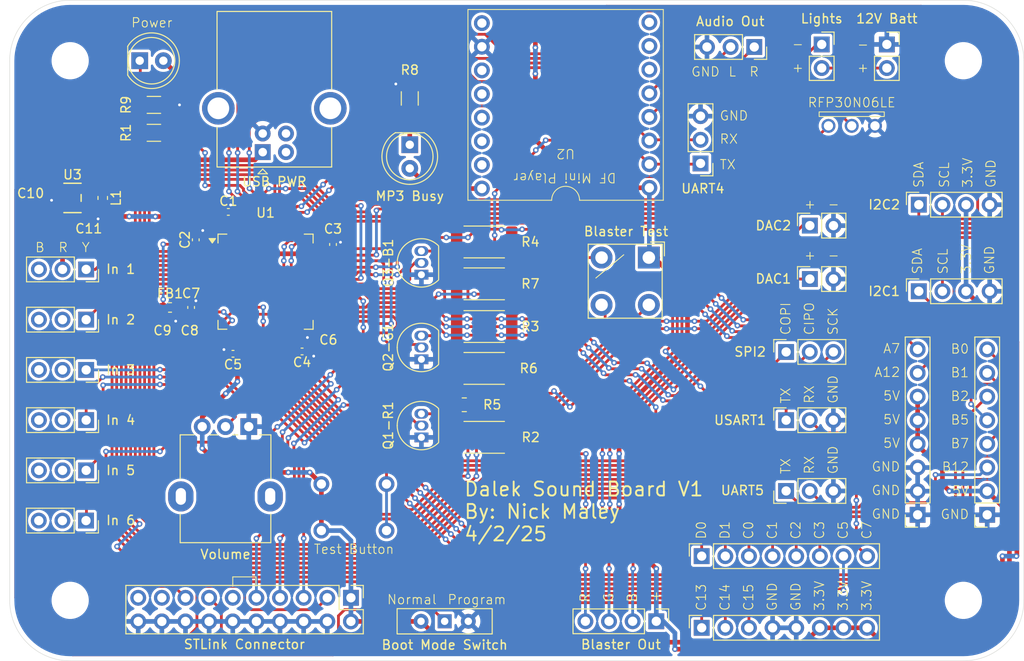
<source format=kicad_pcb>
(kicad_pcb (version 20240108) (generator "pcbnew") (generator_version "8.0")
  (layers (0 "F.Cu" signal) (31 "B.Cu" power) (34 "B.Paste" user) (35 "F.Paste" user) (36 "B.SilkS" user "B.Silkscreen") (37 "F.SilkS" user "F.Silkscreen") (38 "B.Mask" user) (39 "F.Mask" user) (44 "Edge.Cuts" user))
  (net 0 "")
  (net 1 "GND")
  (net 2 "+3.3V")
  (net 3 "+3.3VA")
  (net 4 "+5V")
  (net 5 "/RTest")
  (net 6 "/GTest")
  (net 7 "/BTest")
  (net 8 "/DFBusyLED")
  (net 9 "/DFBusy")
  (net 10 "/On LED")
  (net 11 "/Input1")
  (net 13 "/Input2")
  (net 17 "/Input3")
  (net 20 "/Input4")
  (net 22 "/Input5")
  (net 25 "/Input6")
  (net 27 "/NRST")
  (net 28 "/JTDO")
  (net 30 "/JTCK")
  (net 31 "/JTDI")
  (net 32 "/NJTRST")
  (net 33 "/JTMS")
  (net 36 "/USART1 TX")
  (net 37 "/USART1 RX")
  (net 38 "/UART5 TX")
  (net 39 "/UART5 RX")
  (net 40 "/I2C1 SDA")
  (net 41 "/I2C1 SCL")
  (net 42 "/I2C2 SDA")
  (net 43 "/I2C2 SCL")
  (net 44 "/SCK")
  (net 45 "/CIPO")
  (net 46 "/COPI")
  (net 47 "/DAC1")
  (net 48 "/DAC2")
  (net 49 "/PC7")
  (net 50 "/PC2")
  (net 51 "/PC3")
  (net 52 "/PC5")
  (net 53 "/PD0")
  (net 54 "/PC0")
  (net 55 "/PC1")
  (net 56 "/PD1")
  (net 57 "/PC13")
  (net 58 "/PC14")
  (net 59 "/PC15")
  (net 60 "/Lights+")
  (net 61 "/PA12")
  (net 62 "/PA7")
  (net 63 "/PB12")
  (net 64 "/PB1")
  (net 65 "/PB7")
  (net 66 "/PB2")
  (net 67 "/PB5")
  (net 68 "/PB0")
  (net 73 "/UART4 RX")
  (net 74 "/UART4 TX")
  (net 75 "/RFet")
  (net 76 "/RCtrl")
  (net 77 "/GFet")
  (net 78 "/GCtrl")
  (net 79 "/BFet")
  (net 80 "/BCtrl")
  (net 81 "/Lights-")
  (net 82 "/LightsControl")
  (net 83 "/SW_BOOT0")
  (net 84 "/BOOT0")
  (net 85 "/RLED")
  (net 86 "/GLED")
  (net 87 "/BLED")
  (net 88 "/ADC IN")
  (net 96 "/RAudio")
  (net 99 "/LAudio")
  (net 100 "Net-(U3-LX)")
  (net 101 "/Test Button")
  (footprint "Connector_PinSocket_2.54mm:PinSocket_1x03_P2.54mm_Vertical" (layer "F.Cu") (at 159.2 87.801785 90)
    (property "Reference" "SPI2")
    (property "Value" "SPI2")
  )
  (footprint "Capacitor_SMD:C_0201_0603Metric" (layer "F.Cu") (at 79.75 70.595 90)
    (property "Reference" "C10")
    (property "Value" "4.7u")
  )
  (footprint "Resistor_SMD:R_1206_3216Metric" (layer "F.Cu") (at 91.25 61.25 180)
    (property "Reference" "R9")
    (property "Value" "10k")
  )
  (footprint "Connector_PinSocket_2.54mm:PinSocket_1x08_P2.54mm_Vertical" (layer "F.Cu") (at 173.335 105.305 180)
    (property "Reference" "J21" (hide yes))
    (property "Value" "GPIOA")
  )
  (footprint "Resistor_SMD:R_2512_6332Metric" (layer "F.Cu") (at 126.75 75.98)
    (property "Reference" "R4")
    (property "Value" "10")
  )
  (footprint "Inductor_SMD:L_0603_1608Metric" (layer "F.Cu") (at 92.9825 83.02 180)
    (property "Reference" "FB1")
    (property "Value" "120R")
  )
  (footprint "Capacitor_SMD:C_0201_0603Metric" (layer "F.Cu") (at 108.5 86.5 90)
    (property "Reference" "C6")
    (property "Value" "4.7u")
  )
  (footprint "Capacitor_SMD:C_0402_1005Metric" (layer "F.Cu") (at 99.25 72.75)
    (property "Reference" "C1")
    (property "Value" "100n")
  )
  (footprint "Resistor_SMD:R_1206_3216Metric" (layer "F.Cu") (at 118.75 60.555 -90)
    (property "Reference" "R8")
    (property "Value" "10k")
  )
  (footprint "Resistor_SMD:R_1206_3216Metric" (layer "F.Cu") (at 91.25 64.25 180)
    (property "Reference" "R1")
    (property "Value" "10k")
  )
  (footprint "Connector_PinHeader_2.54mm:PinHeader_1x03_P2.54mm_Vertical" (layer "F.Cu") (at 150 67.54 180)
    (property "Reference" "UART4")
    (property "Value" "UART4 Test")
  )
  (footprint "MountingHole:MountingHole_3.5mm" (layer "F.Cu") (at 178.25 114.5)
    (property "Reference" "H3" (hide yes))
    (property "Value" "MountingHole")
  )
  (footprint "Connector_PinSocket_2.54mm:PinSocket_1x03_P2.54mm_Vertical" (layer "F.Cu") (at 83.97 89.73 -90)
    (property "Reference" "In 3")
    (property "Value" "PWM Input 6")
  )
  (footprint "NickLib:Push Button" (layer "F.Cu") (at 112.75 104.5 180)
    (property "Reference" "Test Button")
    (property "Value" "Test Button")
  )
  (footprint "Connector_PinSocket_2.54mm:PinSocket_1x03_P2.54mm_Vertical" (layer "F.Cu") (at 83.97 100.53 -90)
    (property "Reference" "In 5")
    (property "Value" "PWM Input 1")
  )
  (footprint "Capacitor_SMD:C_0402_1005Metric" (layer "F.Cu") (at 107.175 87.75 180)
    (property "Reference" "C4")
    (property "Value" "100n")
  )
  (footprint "MountingHole:MountingHole_3.5mm" (layer "F.Cu") (at 178.25 56.5)
    (property "Reference" "H4" (hide yes))
    (property "Value" "MountingHole")
  )
  (footprint "Resistor_SMD:R_2512_6332Metric" (layer "F.Cu") (at 126.75 89.571687)
    (property "Reference" "R6")
    (property "Value" "100")
  )
  (footprint "Resistor_SMD:R_2512_6332Metric" (layer "F.Cu") (at 126.75 80.48)
    (property "Reference" "R7")
    (property "Value" "100")
  )
  (footprint "MountingHole:MountingHole_3.5mm" (layer "F.Cu") (at 82.25 56.5)
    (property "Reference" "H1" (hide yes))
    (property "Value" "MountingHole")
  )
  (footprint "Capacitor_SMD:C_0402_1005Metric" (layer "F.Cu") (at 110.5 76.25 -90)
    (property "Reference" "C3")
    (property "Value" "100n")
  )
  (footprint "Capacitor_SMD:C_0201_0603Metric" (layer "F.Cu") (at 94.75 84.5 180)
    (property "Reference" "C8")
    (property "Value" "1u")
  )
  (footprint "NickLib:DFMiniPlayer" (layer "F.Cu") (at 135.5 60 180)
    (property "Reference" "U2")
    (property "Value" "~")
  )
  (footprint "Resistor_SMD:R_2512_6332Metric" (layer "F.Cu") (at 126.75 85.071687)
    (property "Reference" "R3")
    (property "Value" "10")
  )
  (footprint "Package_QFP:LQFP-64_10x10mm_P0.5mm" (layer "F.Cu") (at 103.25 80.25)
    (property "Reference" "U1")
    (property "Value" "STM32F100RDT6B")
  )
  (footprint "Inductor_SMD:L_0603_1608Metric" (layer "F.Cu") (at 85.75 71.25 -90)
    (property "Reference" "L1")
    (property "Value" "4.7u")
  )
  (footprint "Connector_PinSocket_2.54mm:PinSocket_1x02_P2.54mm_Vertical" (layer "F.Cu") (at 161.75 74.225 90)
    (property "Reference" "DAC2")
    (property "Value" "DAC2")
  )
  (footprint "Connector_PinSocket_2.54mm:PinSocket_1x03_P2.54mm_Vertical" (layer "F.Cu") (at 83.97 95.13 -90)
    (property "Reference" "In 4")
    (property "Value" "PWM Input 5")
  )
  (footprint "LED_THT:LED_D5.0mm" (layer "F.Cu") (at 89.725 56.5)
    (property "Reference" "D3" (hide yes))
    (property "Value" "On LED")
  )
  (footprint "Connector_PinSocket_2.54mm:PinSocket_1x02_P2.54mm_Vertical" (layer "F.Cu") (at 161.75 79.963988 90)
    (property "Reference" "DAC1")
    (property "Value" "DAC1")
  )
  (footprint "Button_Switch_THT:SW_Slide-03_Wuerth-WS-SLTV_10x2.5x6.4_P2.54mm" (layer "F.Cu") (at 122.5 116.75 180)
    (property "Reference" "Boot Mode Switch")
    (property "Value" "Boot Switch")
  )
  (footprint "Connector_PinSocket_2.54mm:PinSocket_1x03_P2.54mm_Vertical" (layer "F.Cu") (at 83.97 78.93 -90)
    (property "Reference" "In 1")
    (property "Value" "PWM Input 4")
  )
  (footprint "MountingHole:MountingHole_3.5mm" (layer "F.Cu") (at 82.25 114.5)
    (property "Reference" "H2" (hide yes))
    (property "Value" "MountingHole")
  )
  (footprint "Connector_PinSocket_2.54mm:PinSocket_1x03_P2.54mm_Vertical" (layer "F.Cu") (at 83.955 105.93 -90)
    (property "Reference" "In 6")
    (property "Value" "PWM Input 2")
  )
  (footprint "Capacitor_SMD:C_0402_1005Metric" (layer "F.Cu") (at 95.25 83.02 90)
    (property "Reference" "C7")
    (property "Value" "10n")
  )
  (footprint "Connector_USB:USB_B_OST_USB-B1HSxx_Horizontal" (layer "F.Cu") (at 102.945 66.3275 90)
    (property "Reference" "USB PWR")
    (property "Value" "USB_B")
  )
  (footprint "Package_TO_SOT_THT:TO-92_Inline" (layer "F.Cu") (at 120 79.5 90)
    (property "Reference" "Q3-B1")
    (property "Value" "2N7000")
  )
  (footprint "Package_TO_SOT_THT:TO-92_Inline" (layer "F.Cu") (at 120 88.591687 90)
    (property "Reference" "Q2-G1")
    (property "Value" "2N7000")
  )
  (footprint "Connector_PinSocket_2.54mm:PinSocket_1x08_P2.54mm_Vertical" (layer "F.Cu") (at 180.81 105.305 180)
    (property "Reference" "J22" (hide yes))
    (property "Value" "GPIOB")
  )
  (footprint "Package_TO_SOT_THT:TO-92_Inline" (layer "F.Cu") (at 120 96.985 90)
    (property "Reference" "Q1-R1")
    (property "Value" "2N7000")
  )
  (footprint "Connector_PinSocket_2.54mm:PinSocket_1x04_P2.54mm_Vertical" (layer "F.Cu") (at 173.46 81.279402 90)
    (property "Reference" "I2C1")
    (property "Value" "I2C1")
  )
  (footprint "Connector_PinSocket_2.54mm:PinSocket_1x03_P2.54mm_Vertical" (layer "F.Cu") (at 159.2 95.138392 90)
    (property "Reference" "USART1")
    (property "Value" "USART1")
  )
  (footprint "NickLib:L7805 VReg" (layer "F.Cu") (at 166.25 63)
    (property "Reference" "RFP30N06LE")
    (property "Value" "30N06L")
  )
  (footprint "Connector_PinHeader_2.54mm:PinHeader_2x10_P2.54mm_Vertical" (layer "F.Cu") (at 112.425 114.225 -90)
    (property "Reference" "STLink Connector")
    (property "Value" "STLink Connector")
  )
  (footprint "Connector_PinSocket_2.54mm:PinSocket_1x02_P2.54mm_Vertical" (layer "F.Cu") (at 170.025 54.75)
    (property "Reference" "12V Batt")
    (property "Value" "12V In")
  )
  (footprint "Capacitor_SMD:C_0201_0603Metric" (layer "F.Cu") (at 92.405 84.5)
    (property "Reference" "C9")
    (property "Value" "1u")
  )
  (footprint "LED_THT:LED_BL-FL7680RGB" (layer "F.Cu") (at 144.445 77.659438 -90)
    (property "Reference" "Blaster Test")
    (property "Value" "Test LED")
  )
  (footprint "Connector_PinHeader_2.54mm:PinHeader_1x03_P2.54mm_Vertical" (layer "F.Cu") (at 159.2 102.74143 90)
    (property "Reference" "UART5")
    (property "Value" "UART5")
  )
  (footprint "Connector_PinSocket_2.54mm:PinSocket_1x03_P2.54mm_Vertical" (layer "F.Cu") (at 155.775 55.025 -90)
    (property "Reference" "Audio Out")
    (property "Value" "Audio Out")
  )
  (footprint "Capacitor_SMD:C_0201_0603Metric" (layer "F.Cu") (at 84.25 73.5 180)
    (property "Reference" "C11")
    (property "Value" "4.7u")
  )
  (footprint "Connector_PinSocket_2.54mm:PinSocket_1x04_P2.54mm_Vertical" (layer "F.Cu") (at 173.46 71.975 90)
    (property "Reference" "I2C2")
    (property "Value" "I2C2")
  )
  (footprint "Connector_PinSocket_2.54mm:PinSocket_1x02_P2.54mm_Vertical" (layer "F.Cu") (at 163.025 54.75)
    (property "Reference" "Lights")
    (property "Value" "Lights Out")
  )
  (footprint "Connector_PinSocket_2.54mm:PinSocket_1x08_P2.54mm_Vertical" (layer "F.Cu") (at 150.125 117.45 90)
    (property "Reference" "J20" (hide yes))
    (property "Value" "GPIOC2")
  )
  (footprint "Capacitor_SMD:C_0402_1005Metric" (layer "F.Cu") (at 95.75 75.75 90)
    (property "Reference" "C2")
    (property "Value" "100n")
  )
  (footprint "Resistor_SMD:R_0805_2012Metric" (layer "F.Cu") (at 124.61 93.48)
    (property "Reference" "R5")
    (property "Value" "150")
  )
  (footprint "Connector_PinSocket_2.54mm:PinSocket_1x03_P2.54mm_Vertical" (layer "F.Cu") (at 83.97 84.33 -90)
    (property "Reference" "In 2")
    (property "Value" "PWM Input 3")
  )
  (footprint "Connector_PinSocket_2.54mm:PinSocket_1x08_P2.54mm_Vertical" (layer "F.Cu") (at 150.125 109.75 90)
    (property "Reference" "J19" (hide yes))
    (property "Value" "GPIOD&C1")
  )
  (footprint "Resistor_SMD:R_2512_6332Metric" (layer "F.Cu") (at 126.75 96.98 180)
    (property "Reference" "R2")
    (property "Value" "12")
  )
  (footprint "footprints:TSOT5_MC_MCH" (layer "F.Cu") (at 82.5 71.25)
    (property "Reference" "U3")
    (property "Value" "MCP1603T-330I/OS")
  )
  (footprint "Potentiometer_THT:Potentiometer_Alpha_RD901F-40-00D_Single_Vertical" (layer "F.Cu") (at 101.445 95.83 -90)
    (property "Reference" "Volume")
    (property "Value" "Volume Knob")
  )
  (footprint "LED_THT:LED_D5.0mm" (layer "F.Cu") (at 118.75 65.53 -90)
    (property "Reference" "MP3 Busy")
    (property "Value" "Busy LED")
  )
  (footprint "Connector_PinHeader_2.54mm:PinHeader_1x04_P2.54mm_Vertical" (layer "F.Cu") (at 145.245 116.75 -90)
    (property "Reference" "Blaster Out")
    (property "Value" "LED Out")
  )
  (footprint "Capacitor_SMD:C_0402_1005Metric" (layer "F.Cu") (at 99.75 88 180)
    (property "Reference" "C5")
    (property "Value" "100n")
  )
  (gr_line (start 141.75 77.354438) (end 138.75 79.854438) (stroke (width 0.1)) (layer "F.SilkS"))
  (gr_line (start 102.225 112.725) (end 102.225 112.975) (stroke (width 0.1)) (layer "F.SilkS"))
  (gr_line (start 99.725 112.725) (end 99.725 112.975) (stroke (width 0.1)) (layer "F.SilkS"))
  (gr_line (start 99.725 112.725) (end 99.725 111.975) (stroke (width 0.1)) (layer "F.SilkS"))
  (gr_line (start 102.225 111.975) (end 102.225 112.725) (stroke (width 0.1)) (layer "F.SilkS"))
  (gr_line (start 99.725 111.975) (end 102.225 111.975) (stroke (width 0.1)) (layer "F.SilkS"))
  (gr_line (start 178.25 50) (end 82.25 50) (stroke (width 0.05)) (layer "Edge.Cuts"))
  (gr_line (start 184.75 114.5) (end 184.75 56.5) (stroke (width 0.05)) (layer "Edge.Cuts"))
  (gr_arc (start 75.75 56.5) (mid 77.653806 51.903806) (end 82.25 50) (stroke (width 0.05)) (layer "Edge.Cuts"))
  (gr_line (start 82.25 121) (end 178.25 121) (stroke (width 0.05)) (layer "Edge.Cuts"))
  (gr_arc (start 82.25 121) (mid 77.653806 119.096194) (end 75.75 114.5) (stroke (width 0.05)) (layer "Edge.Cuts"))
  (gr_arc (start 178.25 50) (mid 182.846194 51.903806) (end 184.75 56.5) (stroke (width 0.05)) (layer "Edge.Cuts"))
  (gr_arc (start 184.75 114.5) (mid 182.846194 119.096194) (end 178.25 121) (stroke (width 0.05)) (layer "Edge.Cuts"))
  (gr_line (start 75.75 56.5) (end 75.75 114.5) (stroke (width 0.05)) (layer "Edge.Cuts"))
  (gr_text "-" (at 159.775 55.2895 0) (layer "F.SilkS") (effects (font (size 1 1) (thickness 0.1)) (justify left bottom)))
  (gr_text "GND" (at 175.739762 105.84 0) (layer "F.SilkS") (effects (font (size 1 1) (thickness 0.1)) (justify left bottom)))
  (gr_text "Dalek Sound Board V1\nBy: Nick Maley\n4/2/25" (at 124.5 108.25 0) (layer "F.SilkS") (effects (font (size 1.5 1.5) (thickness 0.2)) (justify left bottom)))
  (gr_text "R" (at 138.1645 114.75 90) (layer "F.SilkS") (effects (font (size 1 1) (thickness 0.1)) (justify left bottom)))
  (gr_text "R" (at 155.195 58.275 0) (layer "F.SilkS") (effects (font (size 1 1) (thickness 0.1)) (justify left bottom)))
  (gr_text "CIPO\n" (at 162.2795 86.051785 90) (layer "F.SilkS") (effects (font (size 1 1) (thickness 0.1)) (justify left bottom)))
  (gr_text "5V" (at 169.573095 95.645 0) (layer "F.SilkS") (effects (font (size 1 1) (thickness 0.1)) (justify left bottom)))
  (gr_text "3.3V" (at 163.3645 115.7 90) (layer "F.SilkS") (effects (font (size 1 1) (thickness 0.1)) (justify left bottom)))
  (gr_text "GND\n" (at 148.945 58.275 0) (layer "F.SilkS") (effects (font (size 1 1) (thickness 0.1)) (justify left bottom)))
  (gr_text "B1" (at 176.835 90.6 0) (layer "F.SilkS") (effects (font (size 1 1) (thickness 0.1)) (justify left bottom)))
  (gr_text "SCK" (at 164.8195 86.051785 90) (layer "F.SilkS") (effects (font (size 1 1) (thickness 0.1)) (justify left bottom)))
  (gr_text "C0" (at 155.7445 108 90) (layer "F.SilkS") (effects (font (size 1 1) (thickness 0.1)) (justify left bottom)))
  (gr_text "C1" (at 158.2845 108 90) (layer "F.SilkS") (effects (font (size 1 1) (thickness 0.1)) (justify left bottom)))
  (gr_text "3.3V" (at 168.4445 115.7 90) (layer "F.SilkS") (effects (font (size 1 1) (thickness 0.1)) (justify left bottom)))
  (gr_text "C7" (at 168.4445 108 90) (layer "F.SilkS") (effects (font (size 1 1) (thickness 0.1)) (justify left bottom)))
  (gr_text "B7" (at 176.835 98.22 0) (layer "F.SilkS") (effects (font (size 1 1) (thickness 0.1)) (justify left bottom)))
  (gr_text "GND" (at 164.8195 101 90) (layer "F.SilkS") (effects (font (size 1 1) (thickness 0.1)) (justify left bottom)))
  (gr_text "GND" (at 164.8195 93.413392 90) (layer "F.SilkS") (effects (font (size 1 1) (thickness 0.1)) (justify left bottom)))
  (gr_text "A12" (at 168.620714 90.565 0) (layer "F.SilkS") (effects (font (size 1 1) (thickness 0.1)) (justify left bottom)))
  (gr_text "COPI\n" (at 159.7395 86.051785 90) (layer "F.SilkS") (effects (font (size 1 1) (thickness 0.1)) (justify left bottom)))
  (gr_text "3.3V" (at 179.29 70.225 90) (layer "F.SilkS") (effects (font (size 1 1) (thickness 0.1)) (justify left bottom)))
  (gr_text "GND" (at 160.8245 115.7 90) (layer "F.SilkS") (effects (font (size 1 1) (thickness 0.1)) (justify left bottom)))
  (gr_text "TX" (at 152 68.25 0) (layer "F.SilkS") (effects (font (size 1 1) (thickness 0.1)) (justify left bottom)))
  (gr_text "GND" (at 168.335 103.265 0) (layer "F.SilkS") (effects (font (size 1 1) (thickness 0.1)) (justify left bottom)))
  (gr_text "-" (at 163.620953 77.988988 0) (layer "F.SilkS") (effects (font (size 1 1) (thickness 0.1)) (justify left bottom)))
  (gr_text "Normal" (at 116.25 115 0) (layer "F.SilkS") (effects (font (size 1 1) (thickness 0.1)) (justify left bottom)))
  (gr_text "GND" (at 158.2845 115.7 90) (layer "F.SilkS") (effects (font (size 1 1) (thickness 0.1)) (justify left bottom)))
  (gr_text "3.3V" (at 165.9045 115.7 90) (layer "F.SilkS") (effects (font (size 1 1) (thickness 0.1)) (justify left bottom)))
  (gr_text "B0" (at 176.835 88.06 0) (layer "F.SilkS") (effects (font (size 1 1) (thickness 0.1)) (justify left bottom)))
  (gr_text "L\n" (at 152.945 58.275 0) (layer "F.SilkS") (effects (font (size 1 1) (thickness 0.1)) (justify left bottom)))
  (gr_text "5V" (at 176.977857 103.3 0) (layer "F.SilkS") (effects (font (size 1 1) (thickness 0.1)) (justify left bottom)))
  (gr_text "GND\n" (at 152 63 0) (layer "F.SilkS") (effects (font (size 1 1) (thickness 0.1)) (justify left bottom)))
  (gr_text "C13" (at 150.6645 115.7 90) (layer "F.SilkS") (effects (font (size 1 1) (thickness 0.1)) (justify left bottom)))
  (gr_text "+\n" (at 145.7845 114.75 90) (layer "F.SilkS") (effects (font (size 1 1) (thickness 0.1)) (justify left bottom)))
  (gr_text "5V" (at 169.573095 98.185 0) (layer "F.SilkS") (effects (font (size 1 1) (thickness 0.1)) (justify left bottom)))
  (gr_text "Power" (at 88.75 53 0) (layer "F.SilkS") (effects (font (size 1 1) (thickness 0.1)) (justify left bottom)))
  (gr_text "Program" (at 122.75 115 0) (layer "F.SilkS") (effects (font (size 1 1) (thickness 0.1)) (justify left bottom)))
  (gr_text "Y" (at 83.43 77.155 0) (layer "F.SilkS") (effects (font (size 1 1) (thickness 0.1)) (justify left bottom)))
  (gr_text "G" (at 140.7045 114.75 90) (layer "F.SilkS") (effects (font (size 1 1) (thickness 0.1)) (justify left bottom)))
  (gr_text "GND" (at 168.335 105.805 0) (layer "F.SilkS") (effects (font (size 1 1) (thickness 0.1)) (justify left bottom)))
  (gr_text "SCL" (at 176.64 79.513692 90) (layer "F.SilkS") (effects (font (size 1 1) (thickness 0.1)) (justify left bottom)))
  (gr_text "D1" (at 153.2045 108 90) (layer "F.SilkS") (effects (font (size 1 1) (thickness 0.1)) (justify left bottom)))
  (gr_text "SDA" (at 173.89 79.513692 90) (layer "F.SilkS") (effects (font (size 1 1) (thickness 0.1)) (justify left bottom)))
  (gr_text "B\n" (at 78.43 77.155 0) (layer "F.SilkS") (effects (font (size 1 1) (thickness 0.1)) (justify left bottom)))
  (gr_text "C5" (at 165.9045 108 90) (layer "F.SilkS") (effects (font (size 1 1) (thickness 0.1)) (justify left bottom)))
  (gr_text "TX" (at 159.7395 101 90) (layer "F.SilkS") (effects (font (size 1 1) (thickness 0.1)) (justify left bottom)))
  (gr_text "+" (at 166.775 57.8295 0) (layer "F.SilkS") (effects (font (size 1 1) (thickness 0.1)) (justify left bottom)))
  (gr_text "R" (at 80.93 77.155 0) (layer "F.SilkS") (effects (font (size 1 1) (thickness 0.1)) (justify left bottom)))
  (gr_text "3.3V" (at 179.14 79.513692 90) (layer "F.SilkS") (effects (font (size 1 1) (thickness 0.1)) (justify left bottom)))
  (gr_text "B2\n" (at 176.835 93.14 0) (layer "F.SilkS") (effects (font (size 1 1) (thickness 0.1)) (justify left bottom)))
  (gr_text "D0" (at 150.6645 108 90) (layer "F.SilkS") (effects (font (size 1 1) (thickness 0.1)) (justify left bottom)))
  (gr_text "SCL" (at 176.79 70.225 90) (layer "F.SilkS") (effects (font (size 1 1) (thickness 0.1)) (justify left bottom)))
  (gr_text "C2" (at 160.8245 108 90) (layer "F.SilkS") (effects (font (size 1 1) (thickness 0.1)) (justify left bottom)))
  (gr_text "RX\n" (at 152 65.5 0) (layer "F.SilkS") (effects (font (size 1 1) (thickness 0.1)) (justify left bottom)))
  (gr_text "B5" (at 176.835 95.68 0) (layer "F.SilkS") (effects (font (size 1 1) (thickness 0.1)) (justify left bottom)))
  (gr_text "C15" (at 155.7445 115.7 90) (layer "F.SilkS") (effects (font (size 1 1) (thickness 0.1)) (justify left bottom)))
  (gr_text "GND" (at 181.79 70.225 90) (layer "F.SilkS") (effects (font (size 1 1) (thickness 0.1)) (justify left bottom)))
  (gr_text "SDA" (at 174.04 70.225 90) (layer "F.SilkS") (effects (font (size 1 1) (thickness 0.1)) (justify left bottom)))
  (gr_text "GND" (at 168.335 100.725 0) (layer "F.SilkS") (effects (font (size 1 1) (thickness 0.1)) (justify left bottom)))
  (gr_text "TX" (at 159.7395 93.413392 90) (layer "F.SilkS") (effects (font (size 1 1) (thickness 0.1)) (justify left bottom)))
  (gr_text "B12" (at 175.882619 100.76 0) (layer "F.SilkS") (effects (font (size 1 1) (thickness 0.1)) (justify left bottom)))
  (gr_text "A7" (at 169.573095 88.025 0) (layer "F.SilkS") (effects (font (size 1 1) (thickness 0.1)) (justify left bottom)))
  (gr_text "GND" (at 181.64 79.513692 90) (layer "F.SilkS") (effects (font (size 1 1) (thickness 0.1)) (justify left bottom)))
  (gr_text "C3" (at 163.3645 108 90) (layer "F.SilkS") (effects (font (size 1 1) (thickness 0.1)) (justify left bottom)))
  (gr_text "-" (at 166.775 55.3295 0) (layer "F.SilkS") (effects (font (size 1 1) (thickness 0.1)) (justify left bottom)))
  (gr_text "B" (at 143.2445 114.75 90) (layer "F.SilkS") (effects (font (size 1 1) (thickness 0.1)) (justify left bottom)))
  (gr_text "-" (at 163.620953 72.5 0) (layer "F.SilkS") (effects (font (size 1 1) (thickness 0.1)) (justify left bottom)))
  (gr_text "+" (at 161.080953 77.988988 0) (layer "F.SilkS") (effects (font (size 1 1) (thickness 0.1)) (justify left bottom)))
  (gr_text "+" (at 161.080953 72.5 0) (layer "F.SilkS") (effects (font (size 1 1) (thickness 0.1)) (justify left bottom)))
  (gr_text "RX" (at 162.2795 101 90) (layer "F.SilkS") (effects (font (size 1 1) (thickness 0.1)) (justify left bottom)))
  (gr_text "C14" (at 153.2045 115.7 90) (layer "F.SilkS") (effects (font (size 1 1) (thickness 0.1)) (justify left bottom)))
  (gr_text "+" (at 159.775 57.8295 0) (layer "F.SilkS") (effects (font (size 1 1) (thickness 0.1)) (justify left bottom)))
  (gr_text "5V" (at 169.573095 93.105 0) (layer "F.SilkS") (effects (font (size 1 1) (thickness 0.1)) (justify left bottom)))
  (gr_text "RX" (at 162.2795 93.413392 90) (layer "F.SilkS") (effects (font (size 1 1) (thickness 0.1)) (justify left bottom)))
  (segment (start 108.43 86.25) (end 108.5 86.18) (width 0.2) (layer "F.Cu") (net 1))
  (segment (start 80.045 71.25) (end 79.75 70.955) (width 0.5) (layer "F.Cu") (net 1))
  (segment (start 99.23 88) (end 99.27 88) (width 0.3) (layer "F.Cu") (net 1))
  (segment (start 98.77712 87.54712) (end 99.23 88) (width 0.3) (layer "F.Cu") (net 1))
  (segment (start 108.425 88.25) (end 108.315 88.36) (width 0.2) (layer "F.Cu") (net 1))
  (segment (start 117.25 59) (end 118.6575 59) (width 0.5) (layer "F.Cu") (net 1))
  (segment (start 100 85.925) (end 100 87.062893) (width 0.3) (layer "F.Cu") (net 1))
  (segment (start 164.418392 95) (end 164.28 95.138392) (width 0.5) (layer "F.Cu") (net 1))
  (segment (start 85.25 73.5) (end 84.61 73.5) (width 0.5) (layer "F.Cu") (net 1))
  (segment (start 103 64.2725) (end 102.945 64.3275) (width 0.3) (layer "F.Cu") (net 1))
  (segment (start 80.25 71.5) (end 80.045 71.25) (width 0.5) (layer "F.Cu") (net 1))
  (segment (start 101.5 95.775) (end 101.445 95.83) (width 0.5) (layer "F.Cu") (net 1))
  (segment (start 81.2222 71.25) (end 80.25 71.5) (width 0.5) (layer "F.Cu") (net 1))
  (segment (start 95.98 75.27) (end 95.75 75.27) (width 0.3) (layer "F.Cu") (net 1))
  (segment (start 106.695 87.081396) (end 106.5 86.886396) (width 0.2) (layer "F.Cu") (net 1))
  (segment (start 99.73 72.23) (end 99.73 72.75) (width 0.3) (layer "F.Cu") (net 1))
  (segment (start 164.25 74.265) (end 164.29 74.225) (width 0.5) (layer "F.Cu") (net 1))
  (segment (start 108.315 88.36) (end 107.305 88.36) (width 0.2) (layer "F.Cu") (net 1))
  (segment (start 92.725 84.5) (end 94.43 84.5) (width 0.3) (layer "F.Cu") (net 1))
  (segment (start 95.530534 82.54) (end 95.764922 82.305612) (width 0.3) (layer "F.Cu") (net 1))
  (segment (start 108.5 86.18) (end 107.82 86.18) (width 0.2) (layer "F.Cu") (net 1))
  (segment (start 99.5 72) (end 99.73 72.23) (width 0.3) (layer "F.Cu") (net 1))
  (segment (start 107.305 88.36) (end 106.695 87.75) (width 0.2) (layer "F.Cu") (net 1))
  (segment (start 111.302665 76.009122) (end 111.302665 76.102335) (width 0.2) (layer "F.Cu") (net 1))
  (segment (start 164.25 79.923988) (end 164.29 79.963988) (width 0.5) (layer "F.Cu") (net 1))
  (segment (start 111.302665 76.102335) (end 110.5 76.905) (width 0.2) (layer "F.Cu") (net 1))
  (segment (start 100 73.02) (end 100 74.575) (width 0.3) (layer "F.Cu") (net 1))
  (segment (start 110.23 77) (end 110.5 76.73) (width 0.3) (layer "F.Cu") (net 1))
  (segment (start 107.82 86.18) (end 107.75 86.25) (width 0.2) (layer "F.Cu") (net 1))
  (segment (start 99.98 74.555) (end 100 74.575) (width 0.2) (layer "F.Cu") (net 1))
  (segment (start 92.7125 61.25) (end 94 61.25) (width 0.3) (layer "F.Cu") (net 1))
  (segment (start 164.28857 102.75) (end 164.28 102.74143) (width 0.5) (layer "F.Cu") (net 1))
  (segment (start 106.675 87.73) (end 106.695 87.75) (width 0.2) (layer "F.Cu") (net 1))
  (segment (start 89.55 116.75) (end 89.565 116.765) (width 0.5) (layer "F.Cu") (net 1))
  (segment (start 100 87.062893) (end 99.27 87.792893) (width 0.3) (layer "F.Cu") (net 1))
  (segment (start 99.27 87.792893) (end 99.27 88) (width 0.3) (layer "F.Cu") (net 1))
  (segment (start 106.52 87.75) (end 106.695 87.575) (width 0.2) (layer "F.Cu") (net 1))
  (segment (start 95.25 82.54) (end 95.530534 82.54) (width 0.3) (layer "F.Cu") (net 1))
  (segment (start 96.5 74.75) (end 95.98 75.27) (width 0.3) (layer "F.Cu") (net 1))
  (segment (start 99.73 72.75) (end 100 73.02) (width 0.3) (layer "F.Cu") (net 1))
  (segment (start 110.23 77) (end 108.925 77) (width 0.3) (layer "F.Cu") (net 1))
  (segment (start 95.764922 82.305612) (end 96.070534 82) (width 0.3) (layer "F.Cu") (net 1))
  (segment (start 118.6575 59) (end 118.75 59.0925) (width 0.5) (layer "F.Cu") (net 1))
  (segment (start 106.5 86.886396) (end 106.5 85.925) (width 0.2) (layer "F.Cu") (net 1))
  (segment (start 106.695 87.575) (end 106.695 87.081396) (width 0.2) (layer "F.Cu") (net 1))
  (segment (start 96.070534 82) (end 97.575 82) (width 0.3) (layer "F.Cu") (net 1))
  (via (at 107.75 86.25) (size 0.6) (drill 0.3) (layers "F.Cu" "B.Cu") (net 1))
  (via (at 96.5 74.75) (size 0.6) (drill 0.3) (layers "F.Cu" "B.Cu") (net 1))
  (via (at 85.25 73.5) (size 0.6) (drill 0.3) (layers "F.Cu" "B.Cu") (net 1))
  (via (at 80.25 71.5) (size 0.6) (drill 0.3) (layers "F.Cu" "B.Cu") (net 1))
  (via (at 111.302665 76.009122) (size 0.6) (drill 0.3) (layers "F.Cu" "B.Cu") (net 1))
  (via (at 117.25 59) (size 0.6) (drill 0.3) (layers "F.Cu" "B.Cu") (net 1))
  (via (at 99.5 72) (size 0.6) (drill 0.3) (layers "F.Cu" "B.Cu") (net 1))
  (via (at 94 61.25) (size 0.6) (drill 0.3) (layers "F.Cu" "B.Cu") (net 1))
  (via (at 108.425 88.25) (size 0.6) (drill 0.3) (layers "F.Cu" "B.Cu") (net 1))
  (via (at 93.592572 84.489515) (size 0.6) (drill 0.3) (layers "F.Cu" "B.Cu") (net 1))
  (via (at 98.77712 87.54712) (size 0.6) (drill 0.3) (layers "F.Cu" "B.Cu") (net 1))
  (via (at 95.764922 82.305612) (size 0.6) (drill 0.3) (layers "F.Cu" "B.Cu") (net 1))
  (segment (start 184 86.739402) (end 178.54 81.279402) (width 0.5) (layer "F.Cu") (net 2))
  (segment (start 119.96 116.75) (end 122.21 119) (width 0.5) (layer "F.Cu") (net 2))
  (segment (start 108 100.75) (end 109.25 102) (width 0.5) (layer "F.Cu") (net 2))
  (segment (start 83.7778 73.3878) (end 83.89 73.5) (width 0.5) (layer "F.Cu") (net 2))
  (segment (start 92.25 82.965) (end 92.195 83.02) (width 0.3) (layer "F.Cu") (net 2))
  (segment (start 96.27 76.5) (end 96 76.23) (width 0.2) (layer "F.Cu") (net 2))
  (segment (start 100.5 77) (end 103.4 77) (width 0.5) (layer "F.Cu") (net 2))
  (segment (start 98.514339 75.014339) (end 100.5 77) (width 0.5) (layer "F.Cu") (net 2))
  (segment (start 112.425 113.925) (end 112.425 114.225) (width 0.5) (layer "F.Cu") (net 2))
  (segment (start 183.95 109.75) (end 184 109.7) (width 0.5) (layer "F.Cu") (net 2))
  (segment (start 98.514339 74.575) (end 99.02 74.069339) (width 0.5) (layer "F.Cu") (net 2))
  (segment (start 104 77.6) (end 104 83.75) (width 0.5) (layer "F.Cu") (net 2))
  (segment (start 103.65 77.25) (end 107.151472 77.25) (width 0.5) (layer "F.Cu") (net 2))
  (segment (start 86.0375 72.0375) (end 85.75 72.0375) (width 0.5) (layer "F.Cu") (net 2))
  (segment (start 92.25 82.15) (end 92.25 82.965) (width 0.3) (layer "F.Cu") (net 2))
  (segment (start 105.70312 83.75) (end 104 83.75) (width 0.3) (layer "F.Cu") (net 2))
  (segment (start 92.195 83.02) (end 92.085 83.13) (width 0.3) (layer "F.Cu") (net 2))
  (segment (start 162.8 117.45) (end 162.825 117.45) (width 0.5) (layer "F.Cu") (net 2))
  (segment (start 161.25 119) (end 162.8 117.45) (width 0.5) (layer "F.Cu") (net 2))
  (segment (start 100.5 85.925) (end 100.5 84.75) (width 0.3) (layer "F.Cu") (net 2))
  (segment (start 165.365 117.45) (end 162.825 117.45) (width 0.5) (layer "F.Cu") (net 2))
  (segment (start 99.045 100.75) (end 96.445 98.15) (width 0.5) (layer "F.Cu") (net 2))
  (segment (start 97.555 76.48) (end 97.575 76.5) (width 0.2) (layer "F.Cu") (net 2))
  (segment (start 98.977207 92.272793) (end 96.445 94.805) (width 0.5) (layer "F.Cu") (net 2))
  (segment (start 100.5 84.75) (end 101.5 83.75) (width 0.3) (layer "F.Cu") (net 2))
  (segment (start 87.24038 73.24038) (end 86.0375 72.0375) (width 0.5) (layer "F.Cu") (net 2))
  (segment (start 107.57 87.75) (end 108.5 86.82) (width 0.2) (layer "F.Cu") (net 2))
  (segment (start 180.2 119.05) (end 169.505 119.05) (width 0.5) (layer "F.Cu") (net 2))
  (segment (start 98.977207 92.272792) (end 98.977207 92.272793) (width 0.5) (layer "F.Cu") (net 2))
  (segment (start 184 109.7) (end 184 86.739402) (width 0.5) (layer "F.Cu") (net 2))
  (segment (start 97.575 75.514339) (end 98.514339 74.575) (width 0.5) (layer "F.Cu") (net 2))
  (segment (start 109.655 75.77) (end 108.925 76.5) (width 0.3) (layer "F.Cu") (net 2))
  (segment (start 103.4 77) (end 103.65 77.25) (width 0.5) (layer "F.Cu") (net 2))
  (segment (start 91.9125 83.3025) (end 92.195 83.02) (width 0.3) (layer "F.Cu") (net 2))
  (segment (start 110.325 75.77) (end 109.655 75.77) (width 0.3) (layer "F.Cu") (net 2))
  (segment (start 104 83.75) (end 101.5 83.75) (width 0.3) (layer "F.Cu") (net 2))
  (segment (start 182.45 116.8) (end 180.2 119.05) (width 0.5) (layer "F.Cu") (net 2))
  (segment (start 97.575 76.5) (end 96.27 76.5) (width 0.2) (layer "F.Cu") (net 2))
  (segment (start 100.5 87.27) (end 100.5 85.925) (width 0.3) (layer "F.Cu") (net 2))
  (segment (start 100.23 87.54) (end 100.5 87.27) (width 0.3) (layer "F.Cu") (net 2))
  (segment (start 109.25 102) (end 109.25 107) (width 0.5) (layer "F.Cu") (net 2))
  (segment (start 105.695 100.75) (end 99.045 100.75) (width 0.5) (layer "F.Cu") (net 2))
  (segment (start 107 85.925) (end 107 86.575) (width 0.3) (layer "F.Cu") (net 2))
  (segment (start 107.655 87.23) (end 107.655 87.75) (width 0.3) (layer "F.Cu") (net 2))
  (segment (start 182.45 109.75) (end 182.45 116.8) (width 0.5) (layer "F.Cu") (net 2))
  (segment (start 83.7778 72.200001) (end 83.7778 73.3878) (width 0.5) (layer "F.Cu") (net 2))
  (segment (start 100.23 90.98) (end 100.23 88) (width 0.5) (layer "F.Cu") (net 2))
  (segment (start 99.02 74.069339) (end 99.02 72.75) (width 0.5) (layer "F.Cu") (net 2))
  (segment (start 167.905 117.45) (end 165.365 117.45) (width 0.5) (layer "F.Cu") (net 2))
  (segment (start 92.25 76.23) (end 95.5 76.23) (width 0.3) (layer "F.Cu") (net 2))
  (segment (start 100.23 88) (end 100.23 87.54) (width 0.3) (layer "F.Cu") (net 2))
  (segment (start 98.514339 74.575) (end 99.4 74.575) (width 0.5) (layer "F.Cu") (net 2))
  (segment (start 98.514339 74.514339) (end 98.514339 74.575) (width 0.5) (layer "F.Cu") (net 2))
  (segment (start 85.75 72.0375) (end 83.940301 72.0375) (width 0.5) (layer "F.Cu") (net 2))
  (segment (start 107.655 87.75) (end 107.745 87.75) (width 0.2) (layer "F.Cu") (net 2))
  (segment (start 107 85.04688) (end 107 85.925) (width 0.3) (layer "F.Cu") (net 2))
  (segment (start 119.735 116.765) (end 112.425 116.765) (width 0.5) (layer "F.Cu") (net 2))
  (segment (start 83.940301 72.0375) (end 83.7778 72.200001) (width 0.5) (layer "F.Cu") (net 2))
  (segment (start 112.44 116.75) (end 112.425 116.765) (width 0.3) (layer "F.Cu") (net 2))
  (segment (start 92.085 83.13) (end 92.085 84.5) (width 0.3) (layer "F.Cu") (net 2))
  (segment (start 96.445 94.805) (end 96.445 95.83) (width 0.5) (layer "F.Cu") (net 2))
  (segment (start 107 86.575) (end 107.655 87.23) (width 0.3) (layer "F.Cu") (net 2))
  (segment (start 105.70312 83.75) (end 107 85.04688) (width 0.3) (layer "F.Cu") (net 2))
  (segment (start 103.4 77) (end 104 77.6) (width 0.5) (layer "F.Cu") (net 2))
  (segment (start 91.4 73.25) (end 97.25 73.25) (width 0.5) (layer "F.Cu") (net 2))
  (segment (start 169.505 119.05) (end 167.905 117.45) (width 0.5) (layer "F.Cu") (net 2))
  (segment (start 97.575 75.514339) (end 97.575 76.4) (width 0.5) (layer "F.Cu") (net 2))
  (segment (start 97.25 73.25) (end 98.514339 74.514339) (width 0.5) (layer "F.Cu") (net 2))
  (segment (start 122.21 119) (end 161.25 119) (width 0.5) (layer "F.Cu") (net 2))
  (segment (start 119.96 116.75) (end 119.75 116.75) (width 0.5) (layer "F.Cu") (net 2))
  (segment (start 88.6 73.24038) (end 87.24038 73.24038) (width 0.5) (layer "F.Cu") (net 2))
  (segment (start 107.151472 77.25) (end 108.001472 76.4) (width 0.5) (layer "F.Cu") (net 2))
  (segment (start 119.75 116.75) (end 119.735 116.765) (width 0.5) (layer "F.Cu") (net 2))
  (segment (start 98.514339 74.575) (end 98.514339 75.014339) (width 0.5) (layer "F.Cu") (net 2))
  (segment (start 108.001472 76.4) (end 108.925 76.4) (width 0.5) (layer "F.Cu") (net 2))
  (via (at 100.23 90.98) (size 0.6) (drill 0.3) (layers "F.Cu" "B.Cu") (net 2))
  (via (at 183.95 109.75) (size 0.6) (drill 0.3) (layers "F.Cu" "B.Cu") (net 2))
  (via (at 96.445 98.15) (size 0.6) (drill 0.3) (layers "F.Cu" "B.Cu") (net 2))
  (via (at 182.45 109.75) (size 0.6) (drill 0.3) (layers "F.Cu" "B.Cu") (net 2))
  (via (at 108 100.75) (size 0.6) (drill 0.3) (layers "F.Cu" "B.Cu") (net 2))
  (via (at 92.25 82.15) (size 0.6) (drill 0.3) (layers "F.Cu" "B.Cu") (net 2))
  (via (at 105.695 100.75) (size 0.6) (drill 0.3) (layers "F.Cu" "B.Cu") (net 2))
  (via (at 88.6 73.24038) (size 0.6) (drill 0.3) (layers "F.Cu" "B.Cu") (net 2))
  (via (at 91.4 73.25) (size 0.6) (drill 0.3) (layers "F.Cu" "B.Cu") (net 2))
  (via (at 98.977207 92.272792) (size 0.6) (drill 0.3) (layers "F.Cu" "B.Cu") (net 2))
  (via (at 92.25 76.23) (size 0.6) (drill 0.3) (layers "F.Cu" "B.Cu") (net 2))
  (segment (start 92.25 76.23) (end 92.25 82.15) (width 0.3) (layer "B.Cu") (net 2))
  (segment (start 91.39038 73.24038) (end 88.6 73.24038) (width 0.5) (layer "B.Cu") (net 2))
  (segment (start 96.445 95.83) (end 96.445 98.15) (width 0.5) (layer "B.Cu") (net 2))
  (segment (start 111.35 107) (end 109.25 107) (width 0.5) (layer "B.Cu") (net 2))
  (segment (start 91.4 73.25) (end 91.39038 73.24038) (width 0.5) (layer "B.Cu") (net 2))
  (segment (start 178.54 81.279402) (end 178.54 71.975) (width 0.5) (layer "B.Cu") (net 2))
  (segment (start 100.23 91.019999) (end 100.23 90.98) (width 0.5) (layer "B.Cu") (net 2))
  (segment (start 98.977207 92.272792) (end 100.23 91.019999) (width 0.5) (layer "B.Cu") (net 2))
  (segment (start 112.425 114.225) (end 112.425 116.765) (width 0.5) (layer "B.Cu") (net 2))
  (segment (start 105.695 100.75) (end 108 100.75) (width 0.5) (layer "B.Cu") (net 2))
  (segment (start 112.425 108.075) (end 112.425 114.225) (width 0.5) (layer "B.Cu") (net 2))
  (segment (start 183.95 109.75) (end 182.45 109.75) (width 0.5) (layer "B.Cu") (net 2))
  (segment (start 112.425 108.075) (end 111.35 107) (width 0.5) (layer "B.Cu") (net 2))
  (segment (start 94 83.25) (end 93.77 83.02) (width 0.3) (layer "F.Cu") (net 3))
  (segment (start 95.07 84.5) (end 95.07 83.68) (width 0.3) (layer "F.Cu") (net 3))
  (segment (start 96.489774 82.5) (end 97.575 82.5) (width 0.3) (layer "F.Cu") (net 3))
  (segment (start 94.225 83.475) (end 93.77 83.02) (width 0.3) (layer "F.Cu") (net 3))
  (segment (start 95.25 83.5) (end 94.25 83.5) (width 0.3) (layer "F.Cu") (net 3))
  (segment (start 94.25 83.5) (end 94.225 83.475) (width 0.3) (layer "F.Cu") (net 3))
  (segment (start 95.25 83.5) (end 95.489774 83.5) (width 0.3) (layer "F.Cu") (net 3))
  (segment (start 93.77 83.02) (end 93.77 83.258332) (width 0.3) (layer "F.Cu") (net 3))
  (segment (start 95.07 83.68) (end 95.25 83.5) (width 0.3) (layer "F.Cu") (net 3))
  (segment (start 95.489774 83.5) (end 96.489774 82.5) (width 0.3) (layer "F.Cu") (net 3))
  (segment (start 144.445 70.215) (end 144.5 70.16) (width 0.5) (layer "F.Cu") (net 4))
  (segment (start 176 100.5) (end 176 102) (width 0.5) (layer "F.Cu") (net 4))
  (segment (start 145.007966 77.659438) (end 144.445 77.659438) (width 0.5) (layer "F.Cu") (net 4))
  (segment (start 98 65.25) (end 98 67.15) (width 0.5) (layer "F.Cu") (net 4))
  (segment (start 95 59.235) (end 103.235 51) (width 0.5) (layer "F.Cu") (net 4))
  (segment (start 82.2 72.200001) (end 81.2222 72.200001) (width 0.5) (layer "F.Cu") (net 4))
  (segment (start 103.235 51) (end 129 51) (width 0.5) (layer "F.Cu") (net 4))
  (segment (start 132.25 57.9) (end 132.25 65) (width 0.5) (layer "F.Cu") (net 4))
  (segment (start 95 59.235) (end 95 62.25) (width 0.5) (layer "F.Cu") (net 4))
  (segment (start 82.25 70.646) (end 82.25 72.150001) (width 0.5) (layer "F.Cu") (net 4))
  (segment (start 176 102) (end 176.765 102.765) (width 0.5) (layer "F.Cu") (net 4))
  (segment (start 141.25 94.5) (end 148.6 87.15) (width 0.5) (layer "F.Cu") (net 4))
  (segment (start 144.5 77.604438) (end 144.445 77.659438) (width 0.5) (layer "F.Cu") (net 4))
  (segment (start 81.43 78.93) (end 81.43 72.407801) (width 0.5) (layer "F.Cu") (net 4))
  (segment (start 85.295999 67.15) (end 82.146 70.299999) (width 0.5) (layer "F.Cu") (net 4))
  (segment (start 132.25 54.25) (end 132.25 55.1) (width 0.5) (layer "F.Cu") (net 4))
  (segment (start 102.1225 67.15) (end 85.295999 67.15) (width 0.5) (layer "F.Cu") (net 4))
  (segment (start 173.335 95.145) (end 173.335 97.685) (width 0.5) (layer "F.Cu") (net 4))
  (segment (start 173.335 92.605) (end 173.335 95.145) (width 0.5) (layer "F.Cu") (net 4))
  (segment (start 141.25 107.1) (end 145.25 111.1) (width 0.5) (layer "F.Cu") (net 4))
  (segment (start 82.146 70.299999) (end 81.2222 70.299999) (width 0.5) (layer "F.Cu") (net 4))
  (segment (start 81.903999 70.299999) (end 82.25 70.646) (width 0.5) (layer "F.Cu") (net 4))
  (segment (start 183.2 117.05) (end 183.2 105.155) (width 0.5) (layer "F.Cu") (net 4))
  (segment (start 81.2222 70.299999) (end 81.157201 70.235) (width 0.5) (layer "F.Cu") (net 4))
  (segment (start 81.157201 70.235) (end 79.75 70.235) (width 0.5) (layer "F.Cu") (net 4))
  (segment (start 81.2222 70.299999) (end 81.903999 70.299999) (width 0.5) (layer "F.Cu") (net 4))
  (segment (start 132.625 65.375) (end 137.41 70.16) (width 0.5) (layer "F.Cu") (net 4))
  (segment (start 132.25 65) (end 132.625 65.375) (width 0.5) (layer "F.Cu") (net 4))
  (segment (start 102.945 66.3275) (end 102.1225 67.15) (width 0.5) (layer "F.Cu") (net 4))
  (segment (start 173.335 97.835) (end 176 100.5) (width 0.5) (layer "F.Cu") (net 4))
  (segment (start 141.25 98.75) (end 141.25 94.5) (width 0.5) (layer "F.Cu") (net 4))
  (segment (start 148.6 81.251472) (end 148.6 83.25) (width 0.5) (layer "F.Cu") (net 4))
  (segment (start 92.265 56.5) (end 95 59.235) (width 0.5) (layer "F.Cu") (net 4))
  (segment (start 129.5 51.5) (end 132.25 54.25) (width 0.5) (layer "F.Cu") (net 4))
  (segment (start 180.5 119.75) (end 183.2 117.05) (width 0.5) (layer "F.Cu") (net 4))
  (segment (start 148.6 87.15) (end 148.6 82.15) (width 0.5) (layer "F.Cu") (net 4))
  (segment (start 82.25 72.150001) (end 82.2 72.200001) (width 0.5) (layer "F.Cu") (net 4))
  (segment (start 147.25 119.75) (end 180.5 119.75) (width 0.5) (layer "F.Cu") (net 4))
  (segment (start 148.6 81.251472) (end 145.007966 77.659438) (width 0.5) (layer "F.Cu") (net 4))
  (segment (start 129 51) (end 129.5 51.5) (width 0.5) (layer "F.Cu") (net 4))
  (segment (start 144.445 77.659438) (end 145.409438 77.659438) (width 0.5) (layer "F.Cu") (net 4))
  (segment (start 137.41 70.16) (end 144.5 70.16) (width 0.5) (layer "F.Cu") (net 4))
  (segment (start 173.335 97.685) (end 173.335 97.835) (width 0.5) (layer "F.Cu") (net 4))
  (segment (start 176.765 102.765) (end 176.75 102.75) (width 0.5) (layer "F.Cu") (net 4))
  (segment (start 95 62.25) (end 98 65.25) (width 0.5) (layer "F.Cu") (net 4))
  (segment (start 183.2 105.155) (end 180.81 102.765) (width 0.5) (layer "F.Cu") (net 4))
  (segment (start 141.25 104.15) (end 141.25 107.1) (width 0.5) (layer "F.Cu") (net 4))
  (segment (start 81.43 72.407801) (end 81.2222 72.200001) (width 0.5) (layer "F.Cu") (net 4))
  (via (at 141.25 104.15) (size 0.6) (drill 0.3) (layers "F.Cu" "B.Cu") (net 4))
  (via (at 141.25 98.75) (size 0.6) (drill 0.3) (layers "F.Cu" "B.Cu") (net 4))
  (via (at 145.25 111.1) (size 0.6) (drill 0.3) (layers "F.Cu" "B.Cu") (net 4))
  (via (at 132.25 57.9) (size 0.6) (drill 0.3) (layers "F.Cu" "B.Cu") (net 4))
  (via (at 147.25 119.75) (size 0.6) (drill 0.3) (layers "F.Cu" "B.Cu") (net 4))
  (via (at 132.25 55.1) (size 0.6) (drill 0.3) (layers "F.Cu" "B.Cu") (net 4))
  (via (at 176.75 102.75) (size 0.6) (drill 0.3) (layers "F.Cu" "B.Cu") (net 4))
  (segment (start 176.75 102.75) (end 180.795 102.75) (width 0.5) (layer "B.Cu") (net 4))
  (segment (start 141.25 104.15) (end 141.25 98.75) (width 0.5) (layer "B.Cu") (net 4))
  (segment (start 180.795 102.75) (end 180.81 102.765) (width 0.5) (layer "B.Cu") (net 4))
  (segment (start 132.25 55.1) (end 132.25 57.9) (width 0.5) (layer "B.Cu") (net 4))
  (segment (start 146 116.75) (end 145.245 116.75) (width 0.5) (layer "B.Cu") (net 4))
  (segment (start 147.25 119.75) (end 147.25 118) (width 0.5) (layer "B.Cu") (net 4))
  (segment (start 144.5 70.16) (end 144.5 77.604438) (width 0.5) (layer "B.Cu") (net 4))
  (segment (start 145.245 111.105) (end 145.25 111.1) (width 0.5) (layer "B.Cu") (net 4))
  (segment (start 147.25 118) (end 146 116.75) (width 0.5) (layer "B.Cu") (net 4))
  (segment (start 145.245 116.75) (end 145.245 111.105) (width 0.5) (layer "B.Cu") (net 4))
  (segment (start 144.5 77.604438) (end 144.445 77.659438) (width 0.5) (layer "B.Cu") (net 4))
  (segment (start 144.445 82.739438) (end 133.704438 93.48) (width 0.3) (layer "F.Cu") (net 5))
  (segment (start 133.704438 93.48) (end 125.5225 93.48) (width 0.3) (layer "F.Cu") (net 5))
  (segment (start 139.75 83.124438) (end 139.365 82.739438) (width 0.3) (layer "F.Cu") (net 6))
  (segment (start 136.905645 89.571687) (end 139.75 86.727332) (width 0.3) (layer "F.Cu") (net 6))
  (segment (start 129.7125 89.571687) (end 136.905645 89.571687) (width 0.3) (layer "F.Cu") (net 6))
  (segment (start 129.7125 89.571687) (end 129.7125 89.2875) (width 0.3) (layer "F.Cu") (net 6))
  (segment (start 139.75 86.727332) (end 139.75 83.124438) (width 0.3) (layer "F.Cu") (net 6))
  (segment (start 132.533062 77.659438) (end 129.7125 80.48) (width 0.3) (layer "F.Cu") (net 7))
  (segment (start 139.365 77.659438) (end 132.533062 77.659438) (width 0.3) (layer "F.Cu") (net 7))
  (segment (start 118.75 65.53) (end 118.75 62.0175) (width 0.5) (layer "F.Cu") (net 8))
  (segment (start 126.5 70.24) (end 120.92 70.24) (width 0.5) (layer "F.Cu") (net 9))
  (segment (start 120.92 70.24) (end 118.75 68.07) (width 0.5) (layer "F.Cu") (net 9))
  (segment (start 89.7875 61.25) (end 89.7875 56.5625) (width 0.3) (layer "F.Cu") (net 10))
  (segment (start 89.7875 56.5625) (end 89.725 56.5) (width 0.3) (layer "F.Cu") (net 10))
  (segment (start 85.79231 96.20769) (end 85 97) (width 0.3) (layer "F.Cu") (net 11))
  (segment (start 97 86.169239) (end 100.169239 83) (width 0.3) (layer "F.Cu") (net 11))
  (segment (start 97 88.5) (end 97 86.169239) (width 0.3) (layer "F.Cu") (net 11))
  (segment (start 94.199997 91.300003) (end 97 88.5) (width 0.3) (layer "F.Cu") (net 11))
  (segment (start 103 84.5) (end 103 84.75) (width 0.3) (layer "F.Cu") (net 11))
  (segment (start 85 99.5) (end 83.97 100.53) (width 0.3) (layer "F.Cu") (net 11))
  (segment (start 85 97) (end 85 99.5) (width 0.3) (layer "F.Cu") (net 11))
  (segment (start 91.9 91.300003) (end 94.199997 91.300003) (width 0.3) (layer "F.Cu") (net 11))
  (segment (start 85.79231 91.37693) (end 85.79231 96.20769) (width 0.3) (layer "F.Cu") (net 11))
  (segment (start 103 85.925) (end 103 84.5) (width 0.3) (layer "F.Cu") (net 11))
  (segment (start 100.169239 83) (end 103 83) (width 0.3) (layer "F.Cu") (net 11))
  (via (at 103 84.5) (size 0.6) (drill 0.3) (layers "F.Cu" "B.Cu") (net 11))
  (via (at 85.79231 91.37693) (size 0.6) (drill 0.3) (layers "F.Cu" "B.Cu") (net 11))
  (via (at 103 83) (size 0.6) (drill 0.3) (layers "F.Cu" "B.Cu") (net 11))
  (via (at 91.9 91.300003) (size 0.6) (drill 0.3) (layers "F.Cu" "B.Cu") (net 11))
  (segment (start 103 83) (end 103 84.5) (width 0.3) (layer "B.Cu") (net 11))
  (segment (start 85.869237 91.300003) (end 85.79231 91.37693) (width 0.3) (layer "B.Cu") (net 11))
  (segment (start 91.9 91.300003) (end 85.869237 91.300003) (width 0.3) (layer "B.Cu") (net 11))
  (segment (start 84 105.885) (end 83.955 105.93) (width 0.3) (layer "F.Cu") (net 13))
  (segment (start 84 103.75) (end 84 105.885) (width 0.3) (layer "F.Cu") (net 13))
  (segment (start 92.9 97.5) (end 91.9 98.5) (width 0.3) (layer "F.Cu") (net 13))
  (segment (start 86.1 98.5) (end 86.1 101.65) (width 0.3) (layer "F.Cu") (net 13))
  (segment (start 110.215157 90.257695) (end 113.75 86.722852) (width 0.3) (layer "F.Cu") (net 13))
  (segment (start 104.515073 95.853552) (end 102.868625 97.5) (width 0.3) (layer "F.Cu") (net 13))
  (segment (start 86.1 101.65) (end 84 103.75) (width 0.3) (layer "F.Cu") (net 13))
  (segment (start 102.868625 97.5) (end 92.9 97.5) (width 0.3) (layer "F.Cu") (net 13))
  (segment (start 113.4 82) (end 108.925 82) (width 0.3) (layer "F.Cu") (net 13))
  (segment (start 113.75 82.35) (end 113.4 82) (width 0.3) (layer "F.Cu") (net 13))
  (segment (start 113.75 86.722852) (end 113.75 85.15) (width 0.3) (layer "F.Cu") (net 13))
  (via (at 110.215157 90.257695) (size 0.6) (drill 0.3) (layers "F.Cu" "B.Cu") (net 13))
  (via (at 86.1 98.5) (size 0.6) (drill 0.3) (layers "F.Cu" "B.Cu") (net 13))
  (via (at 113.75 82.35) (size 0.6) (drill 0.3) (layers "F.Cu" "B.Cu") (net 13))
  (via (at 91.9 98.5) (size 0.6) (drill 0.3) (layers "F.Cu" "B.Cu") (net 13))
  (via (at 113.75 85.15) (size 0.6) (drill 0.3) (layers "F.Cu" "B.Cu") (net 13))
  (via (at 104.515073 95.853552) (size 0.6) (drill 0.3) (layers "F.Cu" "B.Cu") (net 13))
  (segment (start 113.75 85.15) (end 113.75 82.35) (width 0.3) (layer "B.Cu") (net 13))
  (segment (start 91.9 98.5) (end 86.1 98.5) (width 0.3) (layer "B.Cu") (net 13))
  (segment (start 104.646448 95.853552) (end 104.515073 95.853552) (width 0.3) (layer "B.Cu") (net 13))
  (segment (start 110.215157 90.284843) (end 104.646448 95.853552) (width 0.3) (layer "B.Cu") (net 13))
  (segment (start 110.215157 90.257695) (end 110.215157 90.284843) (width 0.3) (layer "B.Cu") (net 13))
  (segment (start 90.75 75.25) (end 86.25 79.75) (width 0.3) (layer "F.Cu") (net 17))
  (segment (start 86.25 79.75) (end 86.25 82.05) (width 0.3) (layer "F.Cu") (net 17))
  (segment (start 90.75 72.371318) (end 90.75 75.25) (width 0.3) (layer "F.Cu") (net 17))
  (segment (start 86.25 82.05) (end 83.97 84.33) (width 0.3) (layer "F.Cu") (net 17))
  (segment (start 102.5 69.815381) (end 101.934619 69.25) (width 0.3) (layer "F.Cu") (net 17))
  (segment (start 93.871318 69.25) (end 90.75 72.371318) (width 0.3) (layer "F.Cu") (net 17))
  (segment (start 102.5 74.575) (end 102.5 69.815381) (width 0.3) (layer "F.Cu") (net 17))
  (segment (start 101.934619 69.25) (end 93.871318 69.25) (width 0.3) (layer "F.Cu") (net 17))
  (segment (start 113.5 72.1) (end 110.1 72.1) (width 0.3) (layer "F.Cu") (net 20))
  (segment (start 113.35 80) (end 108.925 80) (width 0.3) (layer "F.Cu") (net 20))
  (segment (start 93.25 67.75) (end 89.25 71.75) (width 0.3) (layer "F.Cu") (net 20))
  (segment (start 107.75 69.75) (end 105.942641 69.75) (width 0.3) (layer "F.Cu") (net 20))
  (segment (start 103.942641 67.75) (end 93.25 67.75) (width 0.3) (layer "F.Cu") (net 20))
  (segment (start 113.5 79.85) (end 113.35 80) (width 0.3) (layer "F.Cu") (net 20))
  (segment (start 89.25 74.628682) (end 84.948682 78.93) (width 0.3) (layer "F.Cu") (net 20))
  (segment (start 89.25 71.75) (end 89.25 74.628682) (width 0.3) (layer "F.Cu") (net 20))
  (segment (start 105.942641 69.75) (end 103.942641 67.75) (width 0.3) (layer "F.Cu") (net 20))
  (segment (start 110.1 72.1) (end 107.75 69.75) (width 0.3) (layer "F.Cu") (net 20))
  (segment (start 84.948682 78.93) (end 83.97 78.93) (width 0.3) (layer "F.Cu") (net 20))
  (via (at 113.5 79.85) (size 0.6) (drill 0.3) (layers "F.Cu" "B.Cu") (net 20))
  (via (at 113.5 72.1) (size 0.6) (drill 0.3) (layers "F.Cu" "B.Cu") (net 20))
  (segment (start 113.5 79.85) (end 113.5 72.1) (width 0.3) (layer "B.Cu") (net 20))
  (segment (start 83.97 92.28) (end 83.97 95.13) (width 0.3) (layer "F.Cu") (net 22))
  (segment (start 94 90.5) (end 96.5 88) (width 0.3) (layer "F.Cu") (net 22))
  (segment (start 96.5 85.075) (end 97.575 84) (width 0.3) (layer "F.Cu") (net 22))
  (segment (start 91.9 90.5) (end 94 90.5) (width 0.3) (layer "F.Cu") (net 22))
  (segment (start 85.75 90.5) (end 83.97 92.28) (width 0.3) (layer "F.Cu") (net 22))
  (segment (start 96.5 88) (end 96.5 85.075) (width 0.3) (layer "F.Cu") (net 22))
  (via (at 85.75 90.5) (size 0.6) (drill 0.3) (layers "F.Cu" "B.Cu") (net 22))
  (via (at 91.9 90.5) (size 0.6) (drill 0.3) (layers "F.Cu" "B.Cu") (net 22))
  (segment (start 91.9 90.5) (end 85.75 90.5) (width 0.3) (layer "B.Cu") (net 22))
  (segment (start 93.800003 89.699997) (end 96 87.5) (width 0.3) (layer "F.Cu") (net 25))
  (segment (start 91.9 89.699997) (end 93.800003 89.699997) (width 0.3) (layer "F.Cu") (net 25))
  (segment (start 96 83.69688) (end 96.69688 83) (width 0.3) (layer "F.Cu") (net 25))
  (segment (start 96 87.5) (end 96 83.69688) (width 0.3) (layer "F.Cu") (net 25))
  (segment (start 96.69688 83) (end 97.575 83) (width 0.3) (layer "F.Cu") (net 25))
  (via (at 91.9 89.699997) (size 0.6) (drill 0.3) (layers "F.Cu" "B.Cu") (net 25))
  (segment (start 91.9 89.699997) (end 91.869997 89.73) (width 0.3) (layer "B.Cu") (net 25))
  (segment (start 91.869997 89.73) (end 83.97 89.73) (width 0.3) (layer "B.Cu") (net 25))
  (segment (start 89.25 81.252334) (end 89.25 105.5) (width 0.3) (layer "F.Cu") (net 27))
  (segment (start 89.25 105.5) (end 89.25 105.833454) (width 0.3) (layer "F.Cu") (net 27))
  (segment (start 93.42 113) (end 94.645 114.225) (width 0.3) (layer "F.Cu") (net 27))
  (segment (start 91.58076 113) (end 93.42 113) (width 0.3) (layer "F.Cu") (net 27))
  (segment (start 89.25 105.833454) (end 89.708273 106.291727) (width 0.3) (layer "F.Cu") (net 27))
  (segment (start 97.575 79.5) (end 91.002334 79.5) (width 0.3) (layer "F.Cu") (net 27))
  (segment (start 87.29038 108.70962) (end 91.58076 113) (width 0.3) (layer "F.Cu") (net 27))
  (segment (start 91.002334 79.5) (end 89.25 81.252334) (width 0.3) (layer "F.Cu") (net 27))
  (via (at 87.29038 108.70962) (size 0.6) (drill 0.3) (layers "F.Cu" "B.Cu") (net 27))
  (via (at 89.708273 106.291727) (size 0.6) (drill 0.3) (layers "F.Cu" "B.Cu") (net 27))
  (segment (start 87.29038 108.70962) (end 89.708273 106.291727) (width 0.3) (layer "B.Cu") (net 27))
  (segment (start 104 71.738728) (end 104.75 70.988728) (width 0.3) (layer "F.Cu") (net 28))
  (segment (start 104 74.575) (end 104 71.738728) (width 0.3) (layer "F.Cu") (net 28))
  (segment (start 77.141663 114.254571) (end 77.5 114.612908) (width 0.3) (layer "F.Cu") (net 28))
  (segment (start 85.25 79.335788) (end 85.25 80) (width 0.3) (layer "F.Cu") (net 28))
  (segment (start 89.75 71.957106) (end 89.75 74.835788) (width 0.3) (layer "F.Cu") (net 28))
  (segment (start 104.75 70.988728) (end 104.75 69.5) (width 0.3) (layer "F.Cu") (net 28))
  (segment (start 84.5 80.75) (end 78.25 80.75) (width 0.3) (layer "F.Cu") (net 28))
  (segment (start 76.9 82.1) (end 76.9 114.012909) (width 0.3) (layer "F.Cu") (net 28))
  (segment (start 78.25 80.75) (end 76.9 82.1) (width 0.3) (layer "F.Cu") (net 28))
  (segment (start 97.4 119.85) (end 98.5 118.75) (width 0.3) (layer "F.Cu") (net 28))
  (segment (start 103.5 68.25) (end 93.457106 68.25) (width 0.3) (layer "F.Cu") (net 28))
  (segment (start 77.5 114.612908) (end 77.5 116.75) (width 0.3) (layer "F.Cu") (net 28))
  (segment (start 85.25 80) (end 84.5 80.75) (width 0.3) (layer "F.Cu") (net 28))
  (segment (start 104.75 69.5) (end 103.5 68.25) (width 0.3) (layer "F.Cu") (net 28))
  (segment (start 77.5 116.75) (end 80 119.25) (width 0.3) (layer "F.Cu") (net 28))
  (segment (start 80 119.25) (end 82.137092 119.25) (width 0.3) (layer "F.Cu") (net 28))
  (segment (start 93.457106 68.25) (end 89.75 71.957106) (width 0.3) (layer "F.Cu") (net 28))
  (segment (start 82.137092 119.25) (end 82.737092 119.85) (width 0.3) (layer "F.Cu") (net 28))
  (segment (start 89.75 74.835788) (end 85.25 79.335788) (width 0.3) (layer "F.Cu") (net 28))
  (segment (start 98.5 115.54) (end 97.185 114.225) (width 0.3) (layer "F.Cu") (net 28))
  (segment (start 82.737092 119.85) (end 97.4 119.85) (width 0.3) (layer "F.Cu") (net 28))
  (segment (start 77.068546 114.181455) (end 77.141663 114.254571) (width 0.3) (layer "F.Cu") (net 28))
  (segment (start 98.5 118.75) (end 98.5 115.54) (width 0.3) (layer "F.Cu") (net 28))
  (segment (start 76.9 114.012909) (end 77.068546 114.181455) (width 0.3) (layer "F.Cu") (net 28))
  (segment (start 108.29688 84.75) (end 106.009936 82.463056) (width 0.3) (layer "F.Cu") (net 30))
  (segment (start 105.08076 96.41924) (end 105.05576 96.44424) (width 0.3) (layer "F.Cu") (net 30))
  (segment (start 105.05576 98.469972) (end 106.345 99.759212) (width 0.3) (layer "F.Cu") (net 30))
  (segment (start 106.345 99.759212) (end 106.345 103.77) (width 0.3) (layer "F.Cu") (net 30))
  (segment (start 110 85.5) (end 109.25 84.75) (width 0.3) (layer "F.Cu") (net 30))
  (segment (start 106.050003 76.5) (end 106.160226 76.5) (width 0.3) (layer "F.Cu") (net 30))
  (segment (start 109.25 89.07565) (end 110 88.32565) (width 0.3) (layer "F.Cu") (net 30))
  (segment (start 110 88.32565) (end 110 85.5) (width 0.3) (layer "F.Cu") (net 30))
  (segment (start 107 75.660226) (end 107 74.575) (width 0.3) (layer "F.Cu") (net 30))
  (segment (start 106.160226 76.5) (end 107 75.660226) (width 0.3) (layer "F.Cu") (net 30))
  (segment (start 105.05576 96.44424) (end 105.05576 98.469972) (width 0.3) (layer "F.Cu") (net 30))
  (segment (start 109.25 84.75) (end 108.29688 84.75) (width 0.3) (layer "F.Cu") (net 30))
  (segment (start 106.009936 82.463056) (end 106.009936 78) (width 0.3) (layer "F.Cu") (net 30))
  (segment (start 109.25 90.211778) (end 109.25 89.07565) (width 0.3) (layer "F.Cu") (net 30))
  (segment (start 110.269111 91.230889) (end 109.25 90.211778) (width 0.3) (layer "F.Cu") (net 30))
  (segment (start 101.725 114.225) (end 102.265 114.225) (width 0.3) (layer "F.Cu") (net 30))
  (segment (start 106.345 103.77) (end 102.265 107.85) (width 0.3) (layer "F.Cu") (net 30))
  (via (at 106.050003 76.5) (size 0.6) (drill 0.3) (layers "F.Cu" "B.Cu") (net 30))
  (via (at 106.009936 78) (size 0.6) (drill 0.3) (layers "F.Cu" "B.Cu") (net 30))
  (via (at 105.08076 96.41924) (size 0.6) (drill 0.3) (layers "F.Cu" "B.Cu") (net 30))
  (via (at 102.265 107.85) (size 0.6) (drill 0.3) (layers "F.Cu" "B.Cu") (net 30))
  (via (at 110.269111 91.230889) (size 0.6) (drill 0.3) (layers "F.Cu" "B.Cu") (net 30))
  (segment (start 106.009936 78) (end 106.050003 77.959933) (width 0.3) (layer "B.Cu") (net 30))
  (segment (start 105.08076 96.41924) (end 110.269111 91.230889) (width 0.3) (layer "B.Cu") (net 30))
  (segment (start 102.265 107.85) (end 102.265 114.225) (width 0.3) (layer "B.Cu") (net 30))
  (segment (start 106.050003 77.959933) (end 106.050003 76.5) (width 0.3) (layer "B.Cu") (net 30))
  (segment (start 108.089773 85.25) (end 107.79688 84.957107) (width 0.3) (layer "F.Cu") (net 31))
  (segment (start 109.042894 85.25) (end 108.089773 85.25) (width 0.3) (layer "F.Cu") (net 31))
  (segment (start 105.25 76.380764) (end 105.780764 75.85) (width 0.3) (layer "F.Cu") (net 31))
  (segment (start 106.10312 75.85) (end 106.5 75.45312) (width 0.3) (layer "F.Cu") (net 31))
  (segment (start 106.29369 98.29369) (end 107.345 99.345) (width 0.3) (layer "F.Cu") (net 31))
  (segment (start 106.29369 97.632169) (end 106.29369 98.29369) (width 0.3) (layer "F.Cu") (net 31))
  (segment (start 105.209933 82.370159) (end 105.209933 78) (width 0.3) (layer "F.Cu") (net 31))
  (segment (start 106.5 75.45312) (end 106.5 74.575) (width 0.3) (layer "F.Cu") (net 31))
  (segment (start 108.75 90.631018) (end 108.75 88.868544) (width 0.3) (layer "F.Cu") (net 31))
  (segment (start 107.345 99.345) (end 107.345 107.845) (width 0.3) (layer "F.Cu") (net 31))
  (segment (start 107.79688 84.957107) (end 105.209933 82.370159) (width 0.3) (layer "F.Cu") (net 31))
  (segment (start 105.780764 75.85) (end 106.10312 75.85) (width 0.3) (layer "F.Cu") (net 31))
  (segment (start 111.059491 92.940509) (end 108.75 90.631018) (width 0.3) (layer "F.Cu") (net 31))
  (segment (start 108.75 88.868544) (end 109.5 88.118544) (width 0.3) (layer "F.Cu") (net 31))
  (segment (start 105.25 76.5) (end 105.25 76.380764) (width 0.3) (layer "F.Cu") (net 31))
  (segment (start 109.5 88.118544) (end 109.5 85.707106) (width 0.3) (layer "F.Cu") (net 31))
  (segment (start 109.5 85.707106) (end 109.042894 85.25) (width 0.3) (layer "F.Cu") (net 31))
  (via (at 107.345 107.845) (size 0.6) (drill 0.3) (layers "F.Cu" "B.Cu") (net 31))
  (via (at 105.209933 78) (size 0.6) (drill 0.3) (layers "F.Cu" "B.Cu") (net 31))
  (via (at 111.059491 92.940509) (size 0.6) (drill 0.3) (layers "F.Cu" "B.Cu") (net 31))
  (via (at 106.29369 97.632169) (size 0.6) (drill 0.3) (layers "F.Cu" "B.Cu") (net 31))
  (via (at 105.25 76.5) (size 0.6) (drill 0.3) (layers "F.Cu" "B.Cu") (net 31))
  (segment (start 107.345 107.845) (end 107.345 114.225) (width 0.3) (layer "B.Cu") (net 31))
  (segment (start 111.059491 92.940509) (end 106.367831 97.632169) (width 0.3) (layer "B.Cu") (net 31))
  (segment (start 106.367831 97.632169) (end 106.29369 97.632169) (width 0.3) (layer "B.Cu") (net 31))
  (segment (start 105.25 77.959933) (end 105.25 76.5) (width 0.3) (layer "B.Cu") (net 31))
  (segment (start 105.209933 78) (end 105.25 77.959933) (width 0.3) (layer "B.Cu") (net 31))
  (segment (start 77.4 82.6) (end 77.4 113.805802) (width 0.3) (layer "F.Cu") (net 32))
  (segment (start 93.664212 68.75) (end 90.25 72.164212) (width 0.3) (layer "F.Cu") (net 32))
  (segment (start 78 114.405802) (end 78 116.5) (width 0.3) (layer "F.Cu") (net 32))
  (segment (start 104.25 69.707106) (end 103.292894 68.75) (width 0.3) (layer "F.Cu") (net 32))
  (segment (start 78 116.5) (end 80.25 118.75) (width 0.3) (layer "F.Cu") (net 32))
  (segment (start 108.61 115.5) (end 109.885 114.225) (width 0.3) (layer "F.Cu") (net 32))
  (segment (start 101.702943 115.5) (end 108.61 115.5) (width 0.3) (layer "F.Cu") (net 32))
  (segment (start 95.874578 113.625422) (end 96.5 113) (width 0.3) (layer "F.Cu") (net 32))
  (segment (start 103.5 71.531621) (end 104.25 70.781621) (width 0.3) (layer "F.Cu") (net 32))
  (segment (start 90.25 75.042894) (end 85.75 79.542894) (width 0.3) (layer "F.Cu") (net 32))
  (segment (start 104.25 70.781621) (end 104.25 69.707106) (width 0.3) (layer "F.Cu") (net 32))
  (segment (start 78.75 81.25) (end 77.4 82.6) (width 0.3) (layer "F.Cu") (net 32))
  (segment (start 100.348528 113) (end 101 113.651472) (width 0.3) (layer "F.Cu") (net 32))
  (segment (start 95.874578 117.42895) (end 95.874578 113.625422) (width 0.3) (layer "F.Cu") (net 32))
  (segment (start 84.707106 81.25) (end 78.75 81.25) (width 0.3) (layer "F.Cu") (net 32))
  (segment (start 85.75 79.542894) (end 85.75 80.207106) (width 0.3) (layer "F.Cu") (net 32))
  (segment (start 80.25 118.75) (end 94.553528 118.75) (width 0.3) (layer "F.Cu") (net 32))
  (segment (start 96.5 113) (end 100.348528 113) (width 0.3) (layer "F.Cu") (net 32))
  (segment (start 101 113.651472) (end 101 114.797057) (width 0.3) (layer "F.Cu") (net 32))
  (segment (start 103.292894 68.75) (end 93.664212 68.75) (width 0.3) (layer "F.Cu") (net 32))
  (segment (start 90.25 72.164212) (end 90.25 75.042894) (width 0.3) (layer "F.Cu") (net 32))
  (segment (start 94.553528 118.75) (end 95.874578 117.42895) (width 0.3) (layer "F.Cu") (net 32))
  (segment (start 103.5 74.575) (end 103.5 71.531621) (width 0.3) (layer "F.Cu") (net 32))
  (segment (start 77.4 113.805802) (end 78 114.405802) (width 0.3) (layer "F.Cu") (net 32))
  (segment (start 101 114.797057) (end 101.702943 115.5) (width 0.3) (layer "F.Cu") (net 32))
  (segment (start 85.75 80.207106) (end 84.707106 81.25) (width 0.3) (layer "F.Cu") (net 32))
  (segment (start 111.536846 76.7) (end 110.736846 77.5) (width 0.3) (layer "F.Cu") (net 33))
  (segment (start 106.845 99.552106) (end 106.845 105.81) (width 0.3) (layer "F.Cu") (net 33))
  (segment (start 110.736846 77.5) (end 108.925 77.5) (width 0.3) (layer "F.Cu") (net 33))
  (segment (start 116.75 80.35) (end 116.75 77.5) (width 0.3) (layer "F.Cu") (net 33))
  (segment (start 105.70576 97.04424) (end 105.64369 97.10631) (width 0.3) (layer "F.Cu") (net 33))
  (segment (start 106.845 105.81) (end 104.805 107.85) (width 0.3) (layer "F.Cu") (net 33))
  (segment (start 114.5 88.25) (end 114.5 85.5) (width 0.3) (layer "F.Cu") (net 33))
  (segment (start 116.75 77.5) (end 115.95 76.7) (width 0.3) (layer "F.Cu") (net 33))
  (segment (start 115.95 76.7) (end 111.536846 76.7) (width 0.3) (layer "F.Cu") (net 33))
  (segment (start 105.64369 97.10631) (end 105.64369 98.350796) (width 0.3) (layer "F.Cu") (net 33))
  (segment (start 110.894111 91.855889) (end 114.5 88.25) (width 0.3) (layer "F.Cu") (net 33))
  (segment (start 105.64369 98.350796) (end 106.845 99.552106) (width 0.3) (layer "F.Cu") (net 33))
  (segment (start 114.5 85.5) (end 115.25 84.75) (width 0.3) (layer "F.Cu") (net 33))
  (segment (start 115.25 84.75) (end 116.75 84.75) (width 0.3) (layer "F.Cu") (net 33))
  (via (at 105.70576 97.04424) (size 0.6) (drill 0.3) (layers "F.Cu" "B.Cu") (net 33))
  (via (at 116.75 80.35) (size 0.6) (drill 0.3) (layers "F.Cu" "B.Cu") (net 33))
  (via (at 104.805 107.85) (size 0.6) (drill 0.3) (layers "F.Cu" "B.Cu") (net 33))
  (via (at 116.75 84.75) (size 0.6) (drill 0.3) (layers "F.Cu" "B.Cu") (net 33))
  (via (at 110.894111 91.855889) (size 0.6) (drill 0.3) (layers "F.Cu" "B.Cu") (net 33))
  (segment (start 110.894111 91.855889) (end 105.70576 97.04424) (width 0.3) (layer "B.Cu") (net 33))
  (segment (start 116.75 80.35) (end 116.75 84.75) (width 0.3) (layer "B.Cu") (net 33))
  (segment (start 104.805 107.85) (end 104.805 114.225) (width 0.3) (layer "B.Cu") (net 33))
  (segment (start 159.688392 93.5) (end 159.2 93.988392) (width 0.3) (layer "F.Cu") (net 36))
  (segment (start 117.469239 79.5) (end 117.4 79.5) (width 0.3) (layer "F.Cu") (net 36))
  (segment (start 149.749693 83.012441) (end 149.749693 78.121011) (width 0.3) (layer "F.Cu") (net 36))
  (segment (start 113.230761 79.2) (end 114.296141 79.2) (width 0.3) (layer "F.Cu") (net 36))
  (segment (start 108.925 79.5) (end 112.930761 79.5) (width 0.3) (layer "F.Cu") (net 36))
  (segment (start 152.834616 86.097364) (end 152.987252 86.25) (width 0.3) (layer "F.Cu") (net 36))
  (segment (start 159.2 93.988392) (end 159.2 95.138392) (width 0.3) (layer "F.Cu") (net 36))
  (segment (start 150.493626 83.756374) (end 149.749693 83.012441) (width 0.3) (layer "F.Cu") (net 36))
  (segment (start 166.75 87.207106) (end 166.75 92.5) (width 0.3) (layer "F.Cu") (net 36))
  (segment (start 112.930761 79.5) (end 113.230761 79.2) (width 0.3) (layer "F.Cu") (net 36))
  (segment (start 128.531877 74.605) (end 125.895 74.605) (width 0.3) (layer "F.Cu") (net 36))
  (segment (start 128.6 74.673123) (end 128.531877 74.605) (width 0.3) (layer "F.Cu") (net 36))
  (segment (start 152.987252 86.25) (end 165.792894 86.25) (width 0.3) (layer "F.Cu") (net 36))
  (segment (start 114.596141 79.5) (end 115.1 79.5) (width 0.3) (layer "F.Cu") (net 36))
  (segment (start 125.895 74.605) (end 125 75.5) (width 0.3) (layer "F.Cu") (net 36))
  (segment (start 118.25 78.719239) (end 117.469239 79.5) (width 0.3) (layer "F.Cu") (net 36))
  (segment (start 166.75 92.5) (end 165.75 93.5) (width 0.3) (layer "F.Cu") (net 36))
  (segment (start 165.792894 86.25) (end 166.75 87.207106) (width 0.3) (layer "F.Cu") (net 36))
  (segment (start 146.251254 74.622572) (end 130.825 74.622572) (width 0.3) (layer "F.Cu") (net 36))
  (segment (start 119.25 75.5) (end 118.25 76.5) (width 0.3) (layer "F.Cu") (net 36))
  (segment (start 118.25 76.5) (end 118.25 78.719239) (width 0.3) (layer "F.Cu") (net 36))
  (segment (start 122.675 75.5) (end 119.25 75.5) (width 0.3) (layer "F.Cu") (net 36))
  (segment (start 165.75 93.5) (end 159.688392 93.5) (width 0.3) (layer "F.Cu") (net 36))
  (segment (start 149.749693 78.121011) (end 146.251254 74.622572) (width 0.3) (layer "F.Cu") (net 36))
  (segment (start 114.296141 79.2) (end 114.596141 79.5) (width 0.3) (layer "F.Cu") (net 36))
  (via (at 117.4 79.5) (size 0.6) (drill 0.3) (layers "F.Cu" "B.Cu") (net 36))
  (via (at 125 75.5) (size 0.6) (drill 0.3) (layers "F.Cu" "B.Cu") (net 36))
  (via (at 152.834616 86.097364) (size 0.6) (drill 0.3) (layers "F.Cu" "B.Cu") (net 36))
  (via (at 150.493626 83.756374) (size 0.6) (drill 0.3) (layers "F.Cu" "B.Cu") (net 36))
  (via (at 128.6 74.673123) (size 0.6) (drill 0.3) (layers "F.Cu" "B.Cu") (net 36))
  (via (at 115.1 79.5) (size 0.6) (drill 0.3) (layers "F.Cu" "B.Cu") (net 36))
  (via (at 130.825 74.622572) (size 0.6) (drill 0.3) (layers "F.Cu" "B.Cu") (net 36))
  (via (at 122.675 75.5) (size 0.6) (drill 0.3) (layers "F.Cu" "B.Cu") (net 36))
  (segment (start 115.1 79.5) (end 117.4 79.5) (width 0.3) (layer "B.Cu") (net 36))
  (segment (start 130.774449 74.673123) (end 130.825 74.622572) (width 0.3) (layer "B.Cu") (net 36))
  (segment (start 128.6 74.673123) (end 130.774449 74.673123) (width 0.3) (layer "B.Cu") (net 36))
  (segment (start 150.493626 83.756374) (end 152.834616 86.097364) (width 0.3) (layer "B.Cu") (net 36))
  (segment (start 125 75.5) (end 122.675 75.5) (width 0.3) (layer "B.Cu") (net 36))
  (segment (start 167.25 87) (end 167.25 94.75) (width 0.3) (layer "F.Cu") (net 37))
  (segment (start 117.4 76.6) (end 117.4 78.65) (width 0.3) (layer "F.Cu") (net 37))
  (segment (start 150.31538 77.979592) (end 146.290788 73.955) (width 0.3) (layer "F.Cu") (net 37))
  (segment (start 151.066851 83.198225) (end 150.31538 82.446754) (width 0.3) (layer "F.Cu") (net 37))
  (segment (start 163.101608 96.5) (end 161.74 95.138392) (width 0.3) (layer "F.Cu") (net 37))
  (segment (start 167.25 94.75) (end 165.5 96.5) (width 0.3) (layer "F.Cu") (net 37))
  (segment (start 165.86599 85.61599) (end 167.25 87) (width 0.3) (layer "F.Cu") (net 37))
  (segment (start 150.31538 82.446754) (end 150.31538 77.979592) (width 0.3) (layer "F.Cu") (net 37))
  (segment (start 165.5 96.5) (end 163.101608 96.5) (width 0.3) (layer "F.Cu") (net 37))
  (segment (start 120.045 73.955) (end 117.4 76.6) (width 0.3) (layer "F.Cu") (net 37))
  (segment (start 153.400303 85.531677) (end 153.484616 85.61599) (width 0.3) (layer "F.Cu") (net 37))
  (segment (start 115.1 78.699997) (end 111.658169 78.699997) (width 0.3) (layer "F.Cu") (net 37))
  (segment (start 111.358166 79) (end 108.925 79) (width 0.3) (layer "F.Cu") (net 37))
  (segment (start 146.290788 73.955) (end 120.045 73.955) (width 0.3) (layer "F.Cu") (net 37))
  (segment (start 153.484616 85.61599) (end 165.86599 85.61599) (width 0.3) (layer "F.Cu") (net 37))
  (segment (start 111.658169 78.699997) (end 111.358166 79) (width 0.3) (layer "F.Cu") (net 37))
  (via (at 117.4 78.65) (size 0.6) (drill 0.3) (layers "F.Cu" "B.Cu") (net 37))
  (via (at 115.1 78.699997) (size 0.6) (drill 0.3) (layers "F.Cu" "B.Cu") (net 37))
  (via (at 153.400303 85.531677) (size 0.6) (drill 0.3) (layers "F.Cu" "B.Cu") (net 37))
  (via (at 151.066851 83.198225) (size 0.6) (drill 0.3) (layers "F.Cu" "B.Cu") (net 37))
  (segment (start 115.149997 78.65) (end 115.1 78.699997) (width 0.3) (layer "B.Cu") (net 37))
  (segment (start 117.4 78.65) (end 115.149997 78.65) (width 0.3) (layer "B.Cu") (net 37))
  (segment (start 151.066851 83.198225) (end 153.400303 85.531677) (width 0.3) (layer "B.Cu") (net 37))
  (segment (start 105 73.085787) (end 105 74.575) (width 0.3) (layer "F.Cu") (net 38))
  (segment (start 167 104.5) (end 163.5 104.5) (width 0.3) (layer "F.Cu") (net 38))
  (segment (start 154 85) (end 166 85) (width 0.3) (layer "F.Cu") (net 38))
  (segment (start 151.632538 82.632538) (end 150.96538 81.96538) (width 0.3) (layer "F.Cu") (net 38))
  (segment (start 106.835787 71.25) (end 105 73.085787) (width 0.3) (layer "F.Cu") (net 38))
  (segment (start 116.201726 73.44) (end 115.891726 73.75) (width 0.3) (layer "F.Cu") (net 38))
  (segment (start 146.482894 73.44) (end 116.201726 73.44) (width 0.3) (layer "F.Cu") (net 38))
  (segment (start 163 104.00143) (end 161.74 102.74143) (width 0.3) (layer "F.Cu") (net 38))
  (segment (start 115.891726 73.75) (end 109.618626 73.75) (width 0.3) (layer "F.Cu") (net 38))
  (segment (start 163.5 104.5) (end 163.00143 104.00143) (width 0.3) (layer "F.Cu") (net 38))
  (segment (start 163.00143 104.00143) (end 163 104.00143) (width 0.3) (layer "F.Cu") (net 38))
  (segment (start 167.75 103.75) (end 167 104.5) (width 0.3) (layer "F.Cu") (net 38))
  (segment (start 150.96538 81.96538) (end 150.96538 77.922486) (width 0.3) (layer "F.Cu") (net 38))
  (segment (start 166 85) (end 167.75 86.75) (width 0.3) (layer "F.Cu") (net 38))
  (segment (start 153.96599 84.96599) (end 154 85) (width 0.3) (layer "F.Cu") (net 38))
  (segment (start 109.618626 73.75) (end 107.118626 71.25) (width 0.3) (layer "F.Cu") (net 38))
  (segment (start 107.118626 71.25) (end 106.835787 71.25) (width 0.3) (layer "F.Cu") (net 38))
  (segment (start 167.75 86.75) (end 167.75 103.75) (width 0.3) (layer "F.Cu") (net 38))
  (segment (start 150.96538 77.922486) (end 146.482894 73.44) (width 0.3) (layer "F.Cu") (net 38))
  (via (at 153.96599 84.96599) (size 0.6) (drill 0.3) (layers "F.Cu" "B.Cu") (net 38))
  (via (at 151.632538 82.632538) (size 0.6) (drill 0.3) (layers "F.Cu" "B.Cu") (net 38))
  (segment (start 151.632538 82.632538) (end 153.96599 84.96599) (width 0.3) (layer "B.Cu") (net 38))
  (segment (start 109.825732 73.25) (end 115.684619 73.25) (width 0.3) (layer "F.Cu") (net 39))
  (segment (start 151.75 78) (end 151.75 81.5) (width 0.3) (layer "F.Cu") (net 39))
  (segment (start 107.325732 70.75) (end 109.825732 73.25) (width 0.3) (layer "F.Cu") (net 39))
  (segment (start 166.048096 84.34099) (end 168.25 86.542894) (width 0.3) (layer "F.Cu") (net 39))
  (segment (start 115.994619 72.94) (end 146.69 72.94) (width 0.3) (layer "F.Cu") (net 39))
  (segment (start 115.684619 73.25) (end 115.994619 72.94) (width 0.3) (layer "F.Cu") (net 39))
  (segment (start 106.62868 70.75) (end 107.325732 70.75) (width 0.3) (layer "F.Cu") (net 39))
  (segment (start 168.25 86.542894) (end 168.25 104.542894) (width 0.3) (layer "F.Cu") (net 39))
  (segment (start 161.45857 105) (end 159.2 102.74143) (width 0.3) (layer "F.Cu") (net 39))
  (segment (start 104.5 74.575) (end 104.5 72.87868) (width 0.3) (layer "F.Cu") (net 39))
  (segment (start 104.5 72.87868) (end 106.62868 70.75) (width 0.3) (layer "F.Cu") (net 39))
  (segment (start 167.792894 105) (end 161.45857 105) (width 0.3) (layer "F.Cu") (net 39))
  (segment (start 151.75 81.5) (end 152.257538 82.007538) (width 0.3) (layer "F.Cu") (net 39))
  (segment (start 168.25 104.542894) (end 167.792894 105) (width 0.3) (layer "F.Cu") (net 39))
  (segment (start 154.59099 84.34099) (end 166.048096 84.34099) (width 0.3) (layer "F.Cu") (net 39))
  (segment (start 146.69 72.94) (end 151.75 78) (width 0.3) (layer "F.Cu") (net 39))
  (via (at 152.257538 82.007538) (size 0.6) (drill 0.3) (layers "F.Cu" "B.Cu") (net 39))
  (via (at 154.59099 84.34099) (size 0.6) (drill 0.3) (layers "F.Cu" "B.Cu") (net 39))
  (segment (start 107.182538 70.182538) (end 107.182538 70.182536) (width 0.3) (layer "B.Cu") (net 39))
  (segment (start 152.257538 82.007538) (end 154.59099 84.34099) (width 0.3) (layer "B.Cu") (net 39))
  (segment (start 104.382894 53.66) (end 126.857057 53.66) (width 0.3) (layer "F.Cu") (net 40))
  (segment (start 176.5 79.25) (end 177.25 80) (width 0.3) (layer "F.Cu") (net 40))
  (segment (start 180.273751 51.023751) (end 183.25 54) (width 0.3) (layer "F.Cu") (net 40))
  (segment (start 128.947057 55.75) (end 134.792894 55.75) (width 0.3) (layer "F.Cu") (net 40))
  (segment (start 184 74) (end 182.5 75.5) (width 0.3) (layer "F.Cu") (net 40))
  (segment (start 180.229448 51) (end 180.253199 51.023751) (width 0.3) (layer "F.Cu") (net 40))
  (segment (start 100.275 57.767894) (end 104.382894 53.66) (width 0.3) (layer "F.Cu") (net 40))
  (segment (start 173.707106 50.65) (end 174.057106 51) (width 0.3) (layer "F.Cu") (net 40))
  (segment (start 99.319081 70.55) (end 99.319081 70.55855) (width 0.3) (layer "F.Cu") (net 40))
  (segment (start 176.5 82.75) (end 174.930598 82.75) (width 0.3) (layer "F.Cu") (net 40))
  (segment (start 174.930598 82.75) (end 173.46 81.279402) (width 0.3) (layer "F.Cu") (net 40))
  (segment (start 100.5 71.739469) (end 100.5 74.575) (width 0.3) (layer "F.Cu") (net 40))
  (segment (start 176.5 76.414212) (end 176.5 79.25) (width 0.3) (layer "F.Cu") (net 40))
  (segment (start 182.5 75.5) (end 177.414212 75.5) (width 0.3) (layer "F.Cu") (net 40))
  (segment (start 177.25 82) (end 176.5 82.75) (width 0.3) (layer "F.Cu") (net 40))
  (segment (start 99.319081 66.4) (end 99.319081 64.680919) (width 0.3) (layer "F.Cu") (net 40))
  (segment (start 183.25 54) (end 183.25 54.706201) (width 0.3) (layer "F.Cu") (net 40))
  (segment (start 139.892894 50.65) (end 173.707106 50.65) (width 0.3) (layer "F.Cu") (net 40))
  (segment (start 126.857057 53.66) (end 128.947057 55.75) (width 0.3) (layer "F.Cu") (net 40))
  (segment (start 177.414212 75.5) (end 176.5 76.414212) (width 0.3) (layer "F.Cu") (net 40))
  (segment (start 177.25 80) (end 177.25 82) (width 0.3) (layer "F.Cu") (net 40))
  (segment (start 184 55.456201) (end 184 74) (width 0.3) (layer "F.Cu") (net 40))
  (segment (start 183.25 54.706201) (end 184 55.456201) (width 0.3) (layer "F.Cu") (net 40))
  (segment (start 100.275 63.725) (end 100.275 57.767894) (width 0.3) (layer "F.Cu") (net 40))
  (segment (start 174.057106 51) (end 180.229448 51) (width 0.3) (layer "F.Cu") (net 40))
  (segment (start 134.792894 55.75) (end 139.892894 50.65) (width 0.3) (layer "F.Cu") (net 40))
  (segment (start 99.319081 64.680919) (end 100.275 63.725) (width 0.3) (layer "F.Cu") (net 40))
  (segment (start 99.319081 70.55855) (end 100.5 71.739469) (width 0.3) (layer "F.Cu") (net 40))
  (segment (start 180.253199 51.023751) (end 180.273751 51.023751) (width 0.3) (layer "F.Cu") (net 40))
  (via (at 99.319081 66.4) (size 0.6) (drill 0.3) (layers "F.Cu" "B.Cu") (net 40))
  (via (at 99.319081 70.55) (size 0.6) (drill 0.3) (layers "F.Cu" "B.Cu") (net 40))
  (segment (start 99.319081 70.55) (end 99.319081 66.4) (width 0.3) (layer "B.Cu") (net 40))
  (segment (start 140.1 51.15) (end 135 56.25) (width 0.3) (layer "F.Cu") (net 41))
  (segment (start 183.5 55.663307) (end 182.75 54.913307) (width 0.3) (layer "F.Cu") (net 41))
  (segment (start 182.75 54.913307) (end 182.75 54.207106) (width 0.3) (layer "F.Cu") (net 41))
  (segment (start 125.59 56.25) (end 123.5 54.16) (width 0.3) (layer "F.Cu") (net 41))
  (segment (start 135 56.25) (end 125.59 56.25) (width 0.3) (layer "F.Cu") (net 41))
  (segment (start 183.5 73.792894) (end 183.5 55.663307) (width 0.3) (layer "F.Cu") (net 41))
  (segment (start 104.59 54.16) (end 100.775 57.975) (width 0.3) (layer "F.Cu") (net 41))
  (segment (start 123.5 54.16) (end 104.59 54.16) (width 0.3) (layer "F.Cu") (net 41))
  (segment (start 173.85 51.5) (end 173.5 51.15) (width 0.3) (layer "F.Cu") (net 41))
  (segment (start 176 81.279402) (end 176 76.207106) (width 0.3) (layer "F.Cu") (net 41))
  (segment (start 182.75 54.207106) (end 180.042894 51.5) (width 0.3) (layer "F.Cu") (net 41))
  (segment (start 101 71.32023) (end 101 74.575) (width 0.3) (layer "F.Cu") (net 41))
  (segment (start 100.25 64.5) (end 100.25 66.4) (width 0.3) (layer "F.Cu") (net 41))
  (segment (start 177.207106 75) (end 182.292894 75) (width 0.3) (layer "F.Cu") (net 41))
  (segment (start 180.042894 51.5) (end 173.85 51.5) (width 0.3) (layer "F.Cu") (net 41))
  (segment (start 176 76.207106) (end 177.207106 75) (width 0.3) (layer "F.Cu") (net 41))
  (segment (start 182.292894 75) (end 183.5 73.792894) (width 0.3) (layer "F.Cu") (net 41))
  (segment (start 173.5 51.15) (end 140.1 51.15) (width 0.3) (layer "F.Cu") (net 41))
  (segment (start 100.775 63.975) (end 100.25 64.5) (width 0.3) (layer "F.Cu") (net 41))
  (segment (start 100.775 57.975) (end 100.775 63.975) (width 0.3) (layer "F.Cu") (net 41))
  (segment (start 100.22977 70.55) (end 101 71.32023) (width 0.3) (layer "F.Cu") (net 41))
  (via (at 100.25 66.4) (size 0.6) (drill 0.3) (layers "F.Cu" "B.Cu") (net 41))
  (via (at 100.22977 70.55) (size 0.6) (drill 0.3) (layers "F.Cu" "B.Cu") (net 41))
  (segment (start 100.25 66.4) (end 100.25 70.52977) (width 0.3) (layer "B.Cu") (net 41))
  (segment (start 100.25 70.52977) (end 100.22977 70.55) (width 0.3) (layer "B.Cu") (net 41))
  (segment (start 142.335789 99.499999) (end 143.25 98.585788) (width 0.3) (layer "F.Cu") (net 42))
  (segment (start 154.348528 82.25) (end 166.292894 82.25) (width 0.3) (layer "F.Cu") (net 42))
  (segment (start 113.699742 96.5) (end 116.962216 96.5) (width 0.3) (layer "F.Cu") (net 42))
  (segment (start 106 85.925) (end 106 88.800258) (width 0.3) (layer "F.Cu") (net 42))
  (segment (start 106 88.800258) (end 113.699742 96.5) (width 0.3) (layer "F.Cu") (net 42))
  (segment (start 143.25 93.348528) (end 154.348528 82.25) (width 0.3) (layer "F.Cu") (net 42))
  (segment (start 143.25 98.585788) (end 143.25 93.348528) (width 0.3) (layer "F.Cu") (net 42))
  (segment (start 173.46 75.082894) (end 173.46 71.975) (width 0.3) (layer "F.Cu") (net 42))
  (segment (start 166.292894 82.25) (end 173.46 75.082894) (width 0.3) (layer "F.Cu") (net 42))
  (segment (start 116.962216 96.5) (end 119.962215 99.499999) (width 0.3) (layer "F.Cu") (net 42))
  (segment (start 119.962215 99.499999) (end 142.335789 99.499999) (width 0.3) (layer "F.Cu") (net 42))
  (segment (start 143.75 93.555634) (end 154.555634 82.75) (width 0.3) (layer "F.Cu") (net 43))
  (segment (start 105.5 85.925) (end 105.5 89.007364) (width 0.3) (layer "F.Cu") (net 43))
  (segment (start 113.492636 97) (end 116.75511 97) (width 0.3) (layer "F.Cu") (net 43))
  (segment (start 143.75 98.792894) (end 143.75 93.555634) (width 0.3) (layer "F.Cu") (net 43))
  (segment (start 116.75511 97) (end 119.755109 99.999999) (width 0.3) (layer "F.Cu") (net 43))
  (segment (start 119.755109 99.999999) (end 142.542895 99.999999) (width 0.3) (layer "F.Cu") (net 43))
  (segment (start 176 73.25) (end 176 71.975) (width 0.3) (layer "F.Cu") (net 43))
  (segment (start 166.5 82.75) (end 176 73.25) (width 0.3) (layer "F.Cu") (net 43))
  (segment (start 154.555634 82.75) (end 166.5 82.75) (width 0.3) (layer "F.Cu") (net 43))
  (segment (start 142.542895 99.999999) (end 143.75 98.792894) (width 0.3) (layer "F.Cu") (net 43))
  (segment (start 105.5 89.007364) (end 113.492636 97) (width 0.3) (layer "F.Cu") (net 43))
  (segment (start 161.581785 90.5) (end 164.28 87.801785) (width 0.3) (layer "F.Cu") (net 44))
  (segment (start 150.058325 90.5) (end 161.581785 90.5) (width 0.3) (layer "F.Cu") (net 44))
  (segment (start 130.825 86) (end 135.48725 86) (width 0.3) (layer "F.Cu") (net 44))
  (segment (start 146.043929 93.056677) (end 147.501648 93.056677) (width 0.3) (layer "F.Cu") (net 44))
  (segment (start 112.40156 83.5) (end 108.925 83.5) (width 0.3) (layer "F.Cu") (net 44))
  (segment (start 122.675 86) (end 120.175 83.5) (width 0.3) (layer "F.Cu") (net 44))
  (segment (start 139.746871 90.259619) (end 139.578246 90.090994) (width 0.3) (layer "F.Cu") (net 44))
  (segment (start 112.90156 84) (end 112.40156 83.5) (width 0.3) (layer "F.Cu") (net 44))
  (segment (start 114.457107 84) (end 112.90156 84) (width 0.3) (layer "F.Cu") (net 44))
  (segment (start 114.957107 83.5) (end 114.457107 84) (width 0.3) (layer "F.Cu") (net 44))
  (segment (start 135.48725 86) (end 137.409005 87.921755) (width 0.3) (layer "F.Cu") (net 44))
  (segment (start 143.015507 90.259619) (end 139.746871 90.259619) (width 0.3) (layer "F.Cu") (net 44))
  (segment (start 147.501648 93.056677) (end 150.058325 90.5) (width 0.3) (layer "F.Cu") (net 44))
  (segment (start 120.175 83.5) (end 114.957107 83.5) (width 0.3) (layer "F.Cu") (net 44))
  (segment (start 128.6 86) (end 124.9 86) (width 0.3) (layer "F.Cu") (net 44))
  (segment (start 145.959616 92.972364) (end 146.043929 93.056677) (width 0.3) (layer "F.Cu") (net 44))
  (via (at 139.578246 90.090994) (size 0.6) (drill 0.3) (layers "F.Cu" "B.Cu") (net 44))
  (via (at 137.409005 87.921755) (size 0.6) (drill 0.3) (layers "F.Cu" "B.Cu") (net 44))
  (via (at 145.959616 92.972364) (size 0.6) (drill 0.3) (layers "F.Cu" "B.Cu") (net 44))
  (via (at 124.9 86) (size 0.6) (drill 0.3) (layers "F.Cu" "B.Cu") (net 44))
  (via (at 128.6 86) (size 0.6) (drill 0.3) (layers "F.Cu" "B.Cu") (net 44))
  (via (at 143.015507 90.259619) (size 0.6) (drill 0.3) (layers "F.Cu" "B.Cu") (net 44))
  (via (at 122.675 86) (size 0.6) (drill 0.3) (layers "F.Cu" "B.Cu") (net 44))
  (via (at 130.825 86) (size 0.6) (drill 0.3) (layers "F.Cu" "B.Cu") (net 44))
  (segment (start 124.9 86) (end 122.675 86) (width 0.3) (layer "B.Cu") (net 44))
  (segment (start 130.825 86) (end 128.6 86) (width 0.3) (layer "B.Cu") (net 44))
  (segment (start 137.409005 87.921755) (end 137.48725 88) (width 0.3) (layer "B.Cu") (net 44))
  (segment (start 137.48725 88) (end 137.487252 88) (width 0.3) (layer "B.Cu") (net 44))
  (segment (start 143.246871 90.259619) (end 145.959616 92.972364) (width 0.3) (layer "B.Cu") (net 44))
  (segment (start 137.487252 88) (end 139.578246 90.090994) (width 0.3) (layer "B.Cu") (net 44))
  (segment (start 143.015507 90.259619) (end 143.246871 90.259619) (width 0.3) (layer "B.Cu") (net 44))
  (segment (start 159.541785 90) (end 161.74 87.801785) (width 0.3) (layer "F.Cu") (net 45))
  (segment (start 130.825045 85.080762) (end 135.699387 85.080762) (width 0.3) (layer "F.Cu") (net 45))
  (segment (start 146.525303 92.406677) (end 146.609616 92.49099) (width 0.3) (layer "F.Cu") (net 45))
  (segment (start 140.228246 89.60962) (end 143.665507 89.60962) (width 0.3) (layer "F.Cu") (net 45))
  (segment (start 128.6 85.080762) (end 124.899999 85.080762) (width 0.3) (layer "F.Cu") (net 45))
  (segment (start 135.699387 85.080762) (end 137.974693 87.356068) (width 0.3) (layer "F.Cu") (net 45))
  (segment (start 112.608667 83) (end 108.925 83) (width 0.3) (layer "F.Cu") (net 45))
  (segment (start 122.675 85.080762) (end 122.580762 85.080762) (width 0.3) (layer "F.Cu") (net 45))
  (segment (start 114.75 83) (end 114.25 83.5) (width 0.3) (layer "F.Cu") (net 45))
  (segment (start 140.143933 89.525307) (end 140.228246 89.60962) (width 0.3) (layer "F.Cu") (net 45))
  (segment (start 147.360229 92.49099) (end 149.851219 90) (width 0.3) (layer "F.Cu") (net 45))
  (segment (start 146.609616 92.49099) (end 147.360229 92.49099) (width 0.3) (layer "F.Cu") (net 45))
  (segment (start 114.25 83.5) (end 113.108667 83.5) (width 0.3) (layer "F.Cu") (net 45))
  (segment (start 120.5 83) (end 114.75 83) (width 0.3) (layer "F.Cu") (net 45))
  (segment (start 122.580762 85.080762) (end 120.5 83) (width 0.3) (layer "F.Cu") (net 45))
  (segment (start 149.851219 90) (end 159.541785 90) (width 0.3) (layer "F.Cu") (net 45))
  (segment (start 113.108667 83.5) (end 112.608667 83) (width 0.3) (layer "F.Cu") (net 45))
  (via (at 143.665507 89.60962) (size 0.6) (drill 0.3) (layers "F.Cu" "B.Cu") (net 45))
  (via (at 124.899999 85.080762) (size 0.6) (drill 0.3) (layers "F.Cu" "B.Cu") (net 45))
  (via (at 122.675 85.080762) (size 0.6) (drill 0.3) (layers "F.Cu" "B.Cu") (net 45))
  (via (at 128.6 85.080762) (size 0.6) (drill 0.3) (layers "F.Cu" "B.Cu") (net 45))
  (via (at 137.974693 87.356068) (size 0.6) (drill 0.3) (layers "F.Cu" "B.Cu") (net 45))
  (via (at 130.825045 85.080762) (size 0.6) (drill 0.3) (layers "F.Cu" "B.Cu") (net 45))
  (via (at 140.143933 89.525307) (size 0.6) (drill 0.3) (layers "F.Cu" "B.Cu") (net 45))
  (via (at 146.525303 92.406677) (size 0.6) (drill 0.3) (layers "F.Cu" "B.Cu") (net 45))
  (segment (start 138.368626 87.75) (end 140.143933 89.525307) (width 0.3) (layer "B.Cu") (net 45))
  (segment (start 137.974693 87.356068) (end 138.368625 87.75) (width 0.3) (layer "B.Cu") (net 45))
  (segment (start 146.525303 92.406677) (end 143.728246 89.60962) (width 0.3) (layer "B.Cu") (net 45))
  (segment (start 124.899999 85.080762) (end 122.675 85.080762) (width 0.3) (layer "B.Cu") (net 45))
  (segment (start 138.368625 87.75) (end 138.368626 87.75) (width 0.3) (layer "B.Cu") (net 45))
  (segment (start 130.825045 85.080762) (end 128.6 85.080762) (width 0.3) (layer "B.Cu") (net 45))
  (segment (start 143.728246 89.60962) (end 143.665507 89.60962) (width 0.3) (layer "B.Cu") (net 45))
  (segment (start 136 84.25) (end 138.54038 86.79038) (width 0.3) (layer "F.Cu") (net 46))
  (segment (start 128.6 84.25) (end 124.9 84.25) (width 0.3) (layer "F.Cu") (net 46))
  (segment (start 114.019239 83) (end 113.315774 83) (width 0.3) (layer "F.Cu") (net 46))
  (segment (start 122.675 84.255762) (end 120.919238 82.5) (width 0.3) (layer "F.Cu") (net 46))
  (segment (start 113.315774 83) (end 112.815774 82.5) (width 0.3) (layer "F.Cu") (net 46))
  (segment (start 130.825 84.25) (end 136 84.25) (width 0.3) (layer "F.Cu") (net 46))
  (segment (start 147.09099 91.84099) (end 149.43198 89.5) (width 0.3) (layer "F.Cu") (net 46))
  (segment (start 149.43198 89.5) (end 157.501785 89.5) (width 0.3) (layer "F.Cu") (net 46))
  (segment (start 140.70962 88.95962) (end 144.209619 88.95962) (width 0.3) (layer "F.Cu") (net 46))
  (segment (start 144.209619 88.95962) (end 144.262562 89.012563) (width 0.3) (layer "F.Cu") (net 46))
  (segment (start 120.919238 82.5) (end 114.519239 82.5) (width 0.3) (layer "F.Cu") (net 46))
  (segment (start 112.815774 82.5) (end 108.925 82.5) (width 0.3) (layer "F.Cu") (net 46))
  (segment (start 114.519239 82.5) (end 114.019239 83) (width 0.3) (layer "F.Cu") (net 46))
  (segment (start 157.501785 89.5) (end 159.2 87.801785) (width 0.3) (layer "F.Cu") (net 46))
  (via (at 144.262562 89.012563) (size 0.6) (drill 0.3) (layers "F.Cu" "B.Cu") (net 46))
  (via (at 124.9 84.25) (size 0.6) (drill 0.3) (layers "F.Cu" "B.Cu") (net 46))
  (via (at 128.6 84.25) (size 0.6) (drill 0.3) (layers "F.Cu" "B.Cu") (net 46))
  (via (at 138.54038 86.79038) (size 0.6) (drill 0.3) (layers "F.Cu" "B.Cu") (net 46))
  (via (at 140.70962 88.95962) (size 0.6) (drill 0.3) (layers "F.Cu" "B.Cu") (net 46))
  (via (at 147.09099 91.84099) (size 0.6) (drill 0.3) (layers "F.Cu" "B.Cu") (net 46))
  (via (at 122.675 84.255762) (size 0.6) (drill 0.3) (layers "F.Cu" "B.Cu") (net 46))
  (via (at 130.825 84.25) (size 0.6) (drill 0.3) (layers "F.Cu" "B.Cu") (net 46))
  (segment (start 124.894238 84.255762) (end 122.675 84.255762) (width 0.3) (layer "B.Cu") (net 46))
  (segment (start 147.09099 91.84099) (end 144.75 89.5) (width 0.3) (layer "B.Cu") (net 46))
  (segment (start 130.825 84.25) (end 128.6 84.25) (width 0.3) (layer "B.Cu") (net 46))
  (segment (start 124.9 84.25) (end 124.894238 84.255762) (width 0.3) (layer "B.Cu") (net 46))
  (segment (start 138.54038 86.79038) (end 140.70962 88.95962) (width 0.3) (layer "B.Cu") (net 46))
  (segment (start 144.75 89.5) (end 144.749999 89.5) (width 0.3) (layer "B.Cu") (net 46))
  (segment (start 144.749999 89.5) (end 144.262562 89.012563) (width 0.3) (layer "B.Cu") (net 46))
  (segment (start 101 85.925) (end 101 90.25) (width 0.3) (layer "F.Cu") (net 47))
  (segment (start 101 90.25) (end 101.042893 90.25) (width 0.3) (layer "F.Cu") (net 47))
  (segment (start 114.25 103.457107) (end 114.25 104.457107) (width 0.3) (layer "F.Cu") (net 47))
  (segment (start 125.269238 101.8) (end 125.919238 101.15) (width 0.3) (layer "F.Cu") (net 47))
  (segment (start 146.35 85.300003) (end 143.449997 85.300003) (width 0.3) (layer "F.Cu") (net 47))
  (segment (start 114.25 104.457107) (end 115.542893 105.75) (width 0.3) (layer "F.Cu") (net 47))
  (segment (start 134.25 94.5) (end 128.707106 94.5) (width 0.3) (layer "F.Cu") (net 47))
  (segment (start 143.449997 85.300003) (end 134.25 94.5) (width 0.3) (layer "F.Cu") (net 47))
  (segment (start 123.407106 101.8) (end 125.269238 101.8) (width 0.3) (layer "F.Cu") (net 47))
  (segment (start 115.542893 105.75) (end 119.457106 105.75) (width 0.3) (layer "F.Cu") (net 47))
  (segment (start 119.457106 105.75) (end 123.407106 101.8) (width 0.3) (layer "F.Cu") (net 47))
  (segment (start 128.707106 94.5) (end 125.919238 97.287868) (width 0.3) (layer "F.Cu") (net 47))
  (segment (start 125.919238 97.287868) (end 125.919238 98.85) (width 0.3) (layer "F.Cu") (net 47))
  (segment (start 149.35 85.300003) (end 150.591419 85.300003) (width 0.3) (layer "F.Cu") (net 47))
  (segment (start 101.042893 90.25) (end 114.25 103.457107) (width 0.3) (layer "F.Cu") (net 47))
  (segment (start 150.591419 85.300003) (end 155.927434 79.963988) (width 0.3) (layer "F.Cu") (net 47))
  (segment (start 155.927434 79.963988) (end 161.75 79.963988) (width 0.3) (layer "F.Cu") (net 47))
  (via (at 149.35 85.300003) (size 0.6) (drill 0.3) (layers "F.Cu" "B.Cu") (net 47))
  (via (at 146.35 85.300003) (size 0.6) (drill 0.3) (layers "F.Cu" "B.Cu") (net 47))
  (via (at 125.919238 98.85) (size 0.6) (drill 0.3) (layers "F.Cu" "B.Cu") (net 47))
  (via (at 125.919238 101.15) (size 0.6) (drill 0.3) (layers "F.Cu" "B.Cu") (net 47))
  (segment (start 125.919238 101.15) (end 125.919238 98.85) (width 0.3) (layer "B.Cu") (net 47))
  (segment (start 146.35 85.300003) (end 149.35 85.300003) (width 0.3) (layer "B.Cu") (net 47))
  (segment (start 125 101.15) (end 123.30761 101.15) (width 0.3) (layer "F.Cu") (net 48))
  (segment (start 133.891544 94) (end 128.5 94) (width 0.3) (layer "F.Cu") (net 48))
  (segment (start 122.481319 102.018681) (end 119.25 105.25) (width 0.3) (layer "F.Cu") (net 48))
  (segment (start 114.75 104.25) (end 114.75 103.25) (width 0.3) (layer "F.Cu") (net 48))
  (segment (start 150.684316 84.5) (end 160.959316 74.225) (width 0.3) (layer "F.Cu") (net 48))
  (segment (start 122.481319 101.976291) (end 122.481319 102.018681) (width 0.3) (layer "F.Cu") (net 48))
  (segment (start 123.30761 101.15) (end 122.481319 101.976291) (width 0.3) (layer "F.Cu") (net 48))
  (segment (start 143.391544 84.5) (end 133.891544 94) (width 0.3) (layer "F.Cu") (net 48))
  (segment (start 114.75 103.25) (end 101.5 90) (width 0.3) (layer "F.Cu") (net 48))
  (segment (start 146.35 84.5) (end 143.391544 84.5) (width 0.3) (layer "F.Cu") (net 48))
  (segment (start 125 97.5) (end 125 98.85) (width 0.3) (layer "F.Cu") (net 48))
  (segment (start 115.75 105.25) (end 114.75 104.25) (width 0.3) (layer "F.Cu") (net 48))
  (segment (start 160.959316 74.225) (end 161.75 74.225) (width 0.3) (layer "F.Cu") (net 48))
  (segment (start 149.35 84.5) (end 150.684316 84.5) (width 0.3) (layer "F.Cu") (net 48))
  (segment (start 128.5 94) (end 125 97.5) (width 0.3) (layer "F.Cu") (net 48))
  (segment (start 119.25 105.25) (end 115.75 105.25) (width 0.3) (layer "F.Cu") (net 48))
  (segment (start 101.5 90) (end 101.5 85.925) (width 0.3) (layer "F.Cu") (net 48))
  (via (at 146.35 84.5) (size 0.6) (drill 0.3) (layers "F.Cu" "B.Cu") (net 48))
  (via (at 125 101.15) (size 0.6) (drill 0.3) (layers "F.Cu" "B.Cu") (net 48))
  (via (at 149.35 84.5) (size 0.6) (drill 0.3) (layers "F.Cu" "B.Cu") (net 48))
  (via (at 125 98.85) (size 0.6) (drill 0.3) (layers "F.Cu" "B.Cu") (net 48))
  (segment (start 146.35 84.5) (end 149.35 84.5) (width 0.3) (layer "B.Cu") (net 48))
  (segment (start 125 101.15) (end 125 98.85) (width 0.3) (layer "B.Cu") (net 48))
  (segment (start 127.83943 81.58943) (end 125.66057 81.58943) (width 0.3) (layer "F.Cu") (net 49))
  (segment (start 147.5 81.75) (end 146 80.25) (width 0.3) (layer "F.Cu") (net 49))
  (segment (start 146 80.25) (end 133 80.25) (width 0.3) (layer "F.Cu") (net 49))
  (segment (start 114.319239 82) (end 113.819239 81.5) (width 0.3) (layer "F.Cu") (net 49))
  (segment (start 121.85 81.58943) (end 121.43943 82) (width 0.3) (layer "F.Cu") (net 49))
  (segment (start 156.249999 97.75) (end 165.194551 97.75) (width 0.3) (layer "F.Cu") (net 49))
  (segment (start 121.43943 82) (end 114.319239 82) (width 0.3) (layer "F.Cu") (net 49))
  (segment (start 130.5 82.75) (end 129 82.75) (width 0.3) (layer "F.Cu") (net 49))
  (segment (start 166.75 99.305449) (end 166.75 103.75) (width 0.3) (layer "F.Cu") (net 49))
  (segment (start 165.194551 97.75) (end 166.75 99.305449) (width 0.3) (layer "F.Cu") (net 49))
  (segment (start 149.988782 91.488783) (end 156.249999 97.75) (width 0.3) (layer "F.Cu") (net 49))
  (segment (start 113.819239 81.5) (end 108.925 81.5) (width 0.3) (layer "F.Cu") (net 49))
  (segment (start 166.75 106.25) (end 166.75 108.595) (width 0.3) (layer "F.Cu") (net 49))
  (segment (start 147.5 86.482232) (end 147.5 81.75) (width 0.3) (layer "F.Cu") (net 49))
  (segment (start 133 80.25) (end 130.5 82.75) (width 0.3) (layer "F.Cu") (net 49))
  (segment (start 146.241116 87.741116) (end 147.5 86.482232) (width 0.3) (layer "F.Cu") (net 49))
  (segment (start 129 82.75) (end 127.83943 81.58943) (width 0.3) (layer "F.Cu") (net 49))
  (segment (start 166.75 108.595) (end 167.905 109.75) (width 0.3) (layer "F.Cu") (net 49))
  (via (at 121.85 81.58943) (size 0.6) (drill 0.3) (layers "F.Cu" "B.Cu") (net 49))
  (via (at 146.241116 87.741116) (size 0.6) (drill 0.3) (layers "F.Cu" "B.Cu") (net 49))
  (via (at 149.988782 91.488783) (size 0.6) (drill 0.3) (layers "F.Cu" "B.Cu") (net 49))
  (via (at 125.66057 81.58943) (size 0.6) (drill 0.3) (layers "F.Cu" "B.Cu") (net 49))
  (via (at 166.75 103.75) (size 0.6) (drill 0.3) (layers "F.Cu" "B.Cu") (net 49))
  (via (at 166.75 106.25) (size 0.6) (drill 0.3) (layers "F.Cu" "B.Cu") (net 49))
  (segment (start 146.241116 87.741116) (end 149.988782 91.488782) (width 0.3) (layer "B.Cu") (net 49))
  (segment (start 125.66057 81.58943) (end 121.85 81.58943) (width 0.3) (layer "B.Cu") (net 49))
  (segment (start 166.75 103.75) (end 166.75 106.25) (width 0.3) (layer "B.Cu") (net 49))
  (segment (start 149.988782 91.488782) (end 149.988782 91.488783) (width 0.3) (layer "B.Cu") (net 49))
  (segment (start 160.285 107.285) (end 160.285 109.75) (width 0.3) (layer "F.Cu") (net 50))
  (segment (start 151.619212 104.75) (end 153.369212 106.5) (width 0.3) (layer "F.Cu") (net 50))
  (segment (start 127.195583 101.5) (end 143.5 101.5) (width 0.3) (layer "F.Cu") (net 50))
  (segment (start 94.75 109) (end 117.707107 109) (width 0.3) (layer "F.Cu") (net 50))
  (segment (start 90.75 81.873655) (end 90.75 105) (width 0.3) (layer "F.Cu") (net 50))
  (segment (start 125.895583 102.8) (end 127.195583 101.5) (width 0.3) (layer "F.Cu") (net 50))
  (segment (start 90.75 105) (end 94.75 109) (width 0.3) (layer "F.Cu") (net 50))
  (segment (start 153.369212 106.5) (end 159.5 106.5) (width 0.3) (layer "F.Cu") (net 50))
  (segment (start 117.707107 109) (end 118 108.707106) (width 0.3) (layer "F.Cu") (net 50))
  (segment (start 146.75 104.75) (end 151.619212 104.75) (width 0.3) (layer "F.Cu") (net 50))
  (segment (start 91.623655 81) (end 90.75 81.873655) (width 0.3) (layer "F.Cu") (net 50))
  (segment (start 118 108.707106) (end 123.907106 102.8) (width 0.3) (layer "F.Cu") (net 50))
  (segment (start 159.5 106.5) (end 160.285 107.285) (width 0.3) (layer "F.Cu") (net 50))
  (segment (start 123.907106 102.8) (end 125.895583 102.8) (width 0.3) (layer "F.Cu") (net 50))
  (segment (start 143.5 101.5) (end 146.75 104.75) (width 0.3) (layer "F.Cu") (net 50))
  (segment (start 97.575 81) (end 91.623655 81) (width 0.3) (layer "F.Cu") (net 50))
  (segment (start 95 108.5) (end 91.25 104.75) (width 0.3) (layer "F.Cu") (net 51))
  (segment (start 151.826318 104.25) (end 146.957106 104.25) (width 0.3) (layer "F.Cu") (net 51))
  (segment (start 162 106) (end 153.576318 106) (width 0.3) (layer "F.Cu") (net 51))
  (segment (start 143.707106 101) (end 126.988477 101) (width 0.3) (layer "F.Cu") (net 51))
  (segment (start 126.988477 101) (end 125.688477 102.3) (width 0.3) (layer "F.Cu") (net 51))
  (segment (start 91.25 82.080761) (end 91.830761 81.5) (width 0.3) (layer "F.Cu") (net 51))
  (segment (start 91.25 104.75) (end 91.25 82.080761) (width 0.3) (layer "F.Cu") (net 51))
  (segment (start 123.7 102.3) (end 117.5 108.5) (width 0.3) (layer "F.Cu") (net 51))
  (segment (start 117.5 108.5) (end 95 108.5) (width 0.3) (layer "F.Cu") (net 51))
  (segment (start 162.825 106.825) (end 162 106) (width 0.3) (layer "F.Cu") (net 51))
  (segment (start 125.688477 102.3) (end 123.7 102.3) (width 0.3) (layer "F.Cu") (net 51))
  (segment (start 146.957106 104.25) (end 143.707106 101) (width 0.3) (layer "F.Cu") (net 51))
  (segment (start 91.830761 81.5) (end 97.575 81.5) (width 0.3) (layer "F.Cu") (net 51))
  (segment (start 153.576318 106) (end 151.826318 104.25) (width 0.3) (layer "F.Cu") (net 51))
  (segment (start 162.825 109.75) (end 162.825 106.825) (width 0.3) (layer "F.Cu") (net 51))
  (segment (start 122.6049 107.93566) (end 125.66924 111) (width 0.3) (layer "F.Cu") (net 52))
  (segment (start 118.25 103.58076) (end 118.25 101.323317) (width 0.3) (layer "F.Cu") (net 52))
  (segment (start 130.714469 113.25) (end 130.421576 112.957107) (width 0.3) (layer "F.Cu") (net 52))
  (segment (start 112.664212 99) (end 103.5 89.835788) (width 0.3) (layer "F.Cu") (net 52))
  (segment (start 115.926683 99) (end 112.664212 99) (width 0.3) (layer "F.Cu") (net 52))
  (segment (start 103.5 89.835788) (end 103.5 85.925) (width 0.3) (layer "F.Cu") (net 52))
  (segment (start 130.421576 112.957107) (end 130.607234 113.142766) (width 0.3) (layer "F.Cu") (net 52))
  (segment (start 165.215 113.25) (end 130.714469 113.25) (width 0.3) (layer "F.Cu") (net 52))
  (segment (start 130.421576 112.957107) (end 130.421576 112.957106) (width 0.3) (layer "F.Cu") (net 52))
  (segment (start 125.66924 111) (end 128.464469 111) (width 0.3) (layer "F.Cu") (net 52))
  (segment (start 118.25 101.323317) (end 115.926683 99) (width 0.3) (layer "F.Cu") (net 52))
  (segment (start 165.365 113.4) (end 165.215 113.25) (width 0.3) (layer "F.Cu") (net 52))
  (segment (start 128.464469 111) (end 130.421576 112.957107) (width 0.3) (layer "F.Cu") (net 52))
  (segment (start 118.750252 104.081012) (end 118.25 103.58076) (width 0.3) (layer "F.Cu") (net 52))
  (via (at 118.750252 104.081012) (size 0.6) (drill 0.3) (layers "F.Cu" "B.Cu") (net 52))
  (via (at 165.365 113.4) (size 0.6) (drill 0.3) (layers "F.Cu" "B.Cu") (net 52))
  (via (at 122.6049 107.93566) (size 0.6) (drill 0.3) (layers "F.Cu" "B.Cu") (net 52))
  (segment (start 165.365 113.4) (end 165.365 109.75) (width 0.3) (layer "B.Cu") (net 52))
  (segment (start 122.6049 107.93566) (end 118.750252 104.081012) (width 0.3) (layer "B.Cu") (net 52))
  (segment (start 149 106.75) (end 150.125 107.875) (width 0.3) (layer "F.Cu") (net 53))
  (segment (start 124.821321 104.8) (end 126.72401 104.8) (width 0.3) (layer "F.Cu") (net 53))
  (segment (start 88.25 80.83812) (end 88.25 106.4598) (width 0.3) (layer "F.Cu") (net 53))
  (segment (start 92.7902 111) (end 118.621321 111) (width 0.3) (layer "F.Cu") (net 53))
  (segment (start 126.72401 104.8) (end 128.024009 103.500001) (width 0.3) (layer "F.Cu") (net 53))
  (segment (start 88.25 106.4598) (end 92.7902 111) (width 0.3) (layer "F.Cu") (net 53))
  (segment (start 128.024009 103.5) (end 142.5 103.5) (width 0.3) (layer "F.Cu") (net 53))
  (segment (start 97.575 78.5) (end 90.58812 78.5) (width 0.3) (layer "F.Cu") (net 53))
  (segment (start 90.58812 78.5) (end 88.25 80.83812) (width 0.3) (layer "F.Cu") (net 53))
  (segment (start 150.125 107.875) (end 150.125 109.75) (width 0.3) (layer "F.Cu") (net 53))
  (segment (start 128.024009 103.500001) (end 128.024009 103.5) (width 0.3) (layer "F.Cu") (net 53))
  (segment (start 118.621321 111) (end 124.821321 104.8) (width 0.3) (layer "F.Cu") (net 53))
  (segment (start 142.5 103.5) (end 145.75 106.75) (width 0.3) (layer "F.Cu") (net 53))
  (segment (start 145.75 106.75) (end 149 106.75) (width 0.3) (layer "F.Cu") (net 53))
  (segment (start 152.955 107.5) (end 154.5 107.5) (width 0.3) (layer "F.Cu") (net 54))
  (segment (start 97.575 80) (end 91.209441 80) (width 0.3) (layer "F.Cu") (net 54))
  (segment (start 126.309796 103.8) (end 127.609796 102.5) (width 0.3) (layer "F.Cu") (net 54))
  (segment (start 155.205 108.205) (end 155.205 109.75) (width 0.3) (layer "F.Cu") (net 54))
  (segment (start 118.207107 110) (end 124.407107 103.8) (width 0.3) (layer "F.Cu") (net 54))
  (segment (start 127.609796 102.5) (end 143.085787 102.5) (width 0.3) (layer "F.Cu") (net 54))
  (segment (start 124.407107 103.8) (end 126.309796 103.8) (width 0.3) (layer "F.Cu") (net 54))
  (segment (start 143.085787 102.5) (end 146.042893 105.457107) (width 0.3) (layer "F.Cu") (net 54))
  (segment (start 91.209441 80) (end 89.75 81.459441) (width 0.3) (layer "F.Cu") (net 54))
  (segment (start 89.75 105.414214) (end 94.335786 110) (width 0.3) (layer "F.Cu") (net 54))
  (segment (start 94.335786 110) (end 118.207107 110) (width 0.3) (layer "F.Cu") (net 54))
  (segment (start 146.335786 105.75) (end 151.205 105.75) (width 0.3) (layer "F.Cu") (net 54))
  (segment (start 154.5 107.5) (end 155.205 108.205) (width 0.3) (layer "F.Cu") (net 54))
  (segment (start 151.205 105.75) (end 152.955 107.5) (width 0.3) (layer "F.Cu") (net 54))
  (segment (start 89.75 81.459441) (end 89.75 105.414214) (width 0.3) (layer "F.Cu") (net 54))
  (segment (start 146.042893 105.457107) (end 146.335786 105.75) (width 0.3) (layer "F.Cu") (net 54))
  (segment (start 91.416548 80.5) (end 97.575 80.5) (width 0.3) (layer "F.Cu") (net 55))
  (segment (start 157 107) (end 153.162106 107) (width 0.3) (layer "F.Cu") (net 55))
  (segment (start 126.102689 103.3) (end 124.2 103.3) (width 0.3) (layer "F.Cu") (net 55))
  (segment (start 90.25 105.207107) (end 90.25 81.666548) (width 0.3) (layer "F.Cu") (net 55))
  (segment (start 118 109.5) (end 94.542893 109.5) (width 0.3) (layer "F.Cu") (net 55))
  (segment (start 94.542893 109.5) (end 90.25 105.207107) (width 0.3) (layer "F.Cu") (net 55))
  (segment (start 146.542893 105.25) (end 143.292893 102) (width 0.3) (layer "F.Cu") (net 55))
  (segment (start 124.2 103.3) (end 118 109.5) (width 0.3) (layer "F.Cu") (net 55))
  (segment (start 153.162106 107) (end 151.412106 105.25) (width 0.3) (layer "F.Cu") (net 55))
  (segment (start 143.292893 102) (end 127.402689 102) (width 0.3) (layer "F.Cu") (net 55))
  (segment (start 151.412106 105.25) (end 146.542893 105.25) (width 0.3) (layer "F.Cu") (net 55))
  (segment (start 157.745 107.745) (end 157 107) (width 0.3) (layer "F.Cu") (net 55))
  (segment (start 157.745 109.75) (end 157.745 107.745) (width 0.3) (layer "F.Cu") (net 55))
  (segment (start 90.25 81.666548) (end 91.416548 80.5) (width 0.3) (layer "F.Cu") (net 55))
  (segment (start 127.402689 102) (end 126.102689 103.3) (width 0.3) (layer "F.Cu") (net 55))
  (segment (start 142.728553 103) (end 145.978553 106.25) (width 0.3) (layer "F.Cu") (net 56))
  (segment (start 150.997894 106.25) (end 152.665 107.917106) (width 0.3) (layer "F.Cu") (net 56))
  (segment (start 97.575 79) (end 90.795227 79) (width 0.3) (layer "F.Cu") (net 56))
  (segment (start 88.75 82.75) (end 88.75 106.252693) (width 0.3) (layer "F.Cu") (net 56))
  (segment (start 88.75 106.252693) (end 92.997307 110.5) (width 0.3) (layer "F.Cu") (net 56))
  (segment (start 127.524009 103.292893) (end 127.816902 103) (width 0.3) (layer "F.Cu") (net 56))
  (segment (start 126.516903 104.3) (end 127.524009 103.292893) (width 0.3) (layer "F.Cu") (net 56))
  (segment (start 124.614214 104.3) (end 126.516903 104.3) (width 0.3) (layer "F.Cu") (net 56))
  (segment (start 88.75 81.045227) (end 88.75 82.75) (width 0.3) (layer "F.Cu") (net 56))
  (segment (start 145.978553 106.25) (end 150.997894 106.25) (width 0.3) (layer "F.Cu") (net 56))
  (segment (start 88.75 82.75) (end 88.75 82.5) (width 0.3) (layer "F.Cu") (net 56))
  (segment (start 152.665 107.917106) (end 152.665 109.75) (width 0.3) (layer "F.Cu") (net 56))
  (segment (start 92.997307 110.5) (end 118.414214 110.5) (width 0.3) (layer "F.Cu") (net 56))
  (segment (start 127.816902 103) (end 142.728553 103) (width 0.3) (layer "F.Cu") (net 56))
  (segment (start 118.414214 110.5) (end 124.614214 104.3) (width 0.3) (layer "F.Cu") (net 56))
  (segment (start 90.795227 79) (end 88.75 81.045227) (width 0.3) (layer "F.Cu") (net 56))
  (segment (start 130.09315 114.75) (end 149.25 114.75) (width 0.3) (layer "F.Cu") (net 57))
  (segment (start 127.84315 112.5) (end 130.09315 114.75) (width 0.3) (layer "F.Cu") (net 57))
  (segment (start 86.75 107.25) (end 92 112.5) (width 0.3) (layer "F.Cu") (net 57))
  (segment (start 149.25 114.75) (end 150.125 115.625) (width 0.3) (layer "F.Cu") (net 57))
  (segment (start 150.125 115.625) (end 150.125 117.45) (width 0.3) (layer "F.Cu") (net 57))
  (segment (start 92 112.5) (end 127.84315 112.5) (width 0.3) (layer "F.Cu") (net 57))
  (segment (start 89.9668 77) (end 86.75 80.2168) (width 0.3) (layer "F.Cu") (net 57))
  (segment (start 97.575 77) (end 89.9668 77) (width 0.3) (layer "F.Cu") (net 57))
  (segment (start 86.75 80.2168) (end 86.75 107.25) (width 0.3) (layer "F.Cu") (net 57))
  (segment (start 130.300257 114.25) (end 151.5 114.25) (width 0.3) (layer "F.Cu") (net 58))
  (segment (start 97.575 77.5) (end 90.173906 77.5) (width 0.3) (layer "F.Cu") (net 58))
  (segment (start 128.050258 112) (end 129.421576 113.371318) (width 0.3) (layer "F.Cu") (net 58))
  (segment (start 129.421576 113.371318) (end 129.421576 113.371319) (width 0.3) (layer "F.Cu") (net 58))
  (segment (start 90.173906 77.5) (end 87.25 80.423906) (width 0.3) (layer "F.Cu") (net 58))
  (segment (start 92.335786 112) (end 128.050258 112) (width 0.3) (layer "F.Cu") (net 58))
  (segment (start 151.5 114.25) (end 152.665 115.415) (width 0.3) (layer "F.Cu") (net 58))
  (segment (start 87.25 80.423906) (end 87.25 106.914214) (width 0.3) (layer "F.Cu") (net 58))
  (segment (start 152.665 115.415) (end 152.665 117.45) (width 0.3) (layer "F.Cu") (net 58))
  (segment (start 87.25 106.914214) (end 92.335786 112) (width 0.3) (layer "F.Cu") (net 58))
  (segment (start 129.421576 113.371319) (end 130.300257 114.25) (width 0.3) (layer "F.Cu") (net 58))
  (segment (start 87.75 82.5) (end 87.75 106.707108) (width 0.3) (layer "F.Cu") (net 59))
  (segment (start 97.575 78) (end 90.381013 78) (width 0.3) (layer "F.Cu") (net 59))
  (segment (start 90.381013 78) (end 87.75 80.631013) (width 0.3) (layer "F.Cu") (net 59))
  (segment (start 130.507363 113.75) (end 153.5 113.75) (width 0.3) (layer "F.Cu") (net 59))
  (segment (start 87.75 106.707108) (end 92.542892 111.5) (width 0.3) (layer "F.Cu") (net 59))
  (segment (start 153.5 113.75) (end 155.205 115.455) (width 0.3) (layer "F.Cu") (net 59))
  (segment (start 129.921576 113.164213) (end 130.507363 113.75) (width 0.3) (layer "F.Cu") (net 59))
  (segment (start 129.921576 113.164212) (end 129.921576 113.164213) (width 0.3) (layer "F.Cu") (net 59))
  (segment (start 92.542892 111.5) (end 128.257364 111.5) (width 0.3) (layer "F.Cu") (net 59))
  (segment (start 87.75 80.631013) (end 87.75 82.5) (width 0.3) (layer "F.Cu") (net 59))
  (segment (start 128.257364 111.5) (end 129.921576 113.164212) (width 0.3) (layer "F.Cu") (net 59))
  (segment (start 87.75 82.5) (end 87.75 82.75) (width 0.3) (layer "F.Cu") (net 59))
  (segment (start 155.205 115.455) (end 155.205 117.45) (width 0.3) (layer "F.Cu") (net 59))
  (segment (start 163.025 57.29) (end 170.025 57.29) (width 0.3) (layer "F.Cu") (net 60))
  (segment (start 173.7 85.7) (end 172.217106 85.7) (width 0.3) (layer "F.Cu") (net 61))
  (segment (start 115.11538 77.4) (end 111.543952 77.4) (width 0.3) (layer "F.Cu") (net 61))
  (segment (start 111.543952 77.4) (end 111.236846 77.707106) (width 0.3) (layer "F.Cu") (net 61))
  (segment (start 167.267106 72.44) (end 115.32538 72.44) (width 0.3) (layer "F.Cu") (net 61))
  (segment (start 169.306431 82.789326) (end 169.306431 80.779357) (width 0.3) (layer "F.Cu") (net 61))
  (segment (start 173.335 90.065) (end 175 88.4) (width 0.3) (layer "F.Cu") (net 61))
  (segment (start 178 69) (end 170.707106 69) (width 0.3) (layer "F.Cu") (net 61))
  (segment (start 111.236846 77.707107) (end 110.943953 78) (width 0.3) (layer "F.Cu") (net 61))
  (segment (start 179.786192 72.963808) (end 179.786192 70.786192) (width 0.3) (layer "F.Cu") (net 61))
  (segment (start 169.306431 80.779357) (end 176.585788 73.5) (width 0.3) (layer "F.Cu") (net 61))
  (segment (start 170.707106 69) (end 167.267106 72.44) (width 0.3) (layer "F.Cu") (net 61))
  (segment (start 110.943953 78) (end 108.925 78) (width 0.3) (layer "F.Cu") (net 61))
  (segment (start 175 87) (end 173.7 85.7) (width 0.3) (layer "F.Cu") (net 61))
  (segment (start 115.32538 72.44) (end 115.16538 72.6) (width 0.3) (layer "F.Cu") (net 61))
  (segment (start 169.383553 82.866447) (end 169.306431 82.789326) (width 0.3) (layer "F.Cu") (net 61))
  (segment (start 176.585788 73.5) (end 179.25 73.5) (width 0.3) (layer "F.Cu") (net 61))
  (segment (start 115.16538 77.35) (end 115.11538 77.4) (width 0.3) (layer "F.Cu") (net 61))
  (segment (start 172.217106 85.7) (end 169.383553 82.866447) (width 0.3) (layer "F.Cu") (net 61))
  (segment (start 179.786192 70.786192) (end 178 69) (width 0.3) (layer "F.Cu") (net 61))
  (segment (start 111.236846 77.707106) (end 111.236846 77.707107) (width 0.3) (layer "F.Cu") (net 61))
  (segment (start 175 88.4) (end 175 87) (width 0.3) (layer "F.Cu") (net 61))
  (segment (start 179.25 73.5) (end 179.786192 72.963808) (width 0.3) (layer "F.Cu") (net 61))
  (via (at 115.16538 72.6) (size 0.6) (drill 0.3) (layers "F.Cu" "B.Cu") (net 61))
  (via (at 115.16538 77.35) (size 0.6) (drill 0.3) (layers "F.Cu" "B.Cu") (net 61))
  (segment (start 115.16538 72.6) (end 115.16538 77.35) (width 0.3) (layer "B.Cu") (net 61))
  (segment (start 112.457106 99.5) (end 115.719577 99.5) (width 0.3) (layer "F.Cu") (net 62))
  (segment (start 115.719577 99.5) (end 117.75 101.530423) (width 0.3) (layer "F.Cu") (net 62))
  (segment (start 119.000504 104.75) (end 123.250504 100.5) (width 0.3) (layer "F.Cu") (net 62))
  (segment (start 102.5 85.925) (end 102.5 89.542894) (width 0.3) (layer "F.Cu") (net 62))
  (segment (start 117.75 104) (end 118.5 104.75) (width 0.3) (layer "F.Cu") (net 62))
  (segment (start 144.25 93.762741) (end 154.762741 83.25) (width 0.3) (layer "F.Cu") (net 62))
  (segment (start 118.5 104.75) (end 119.000504 104.75) (width 0.3) (layer "F.Cu") (net 62))
  (segment (start 102.5 89.542894) (end 112.457106 99.5) (width 0.3) (layer "F.Cu") (net 62))
  (segment (start 142.75 100.5) (end 144.25 99) (width 0.3) (layer "F.Cu") (net 62))
  (segment (start 123.250504 100.5) (end 142.75 100.5) (width 0.3) (layer "F.Cu") (net 62))
  (segment (start 117.75 101.530423) (end 117.75 104) (width 0.3) (layer "F.Cu") (net 62))
  (segment (start 154.762741 83.25) (end 169.06 83.25) (width 0.3) (layer "F.Cu") (net 62))
  (segment (start 169.06 83.25) (end 173.335 87.525) (width 0.3) (layer "F.Cu") (net 62))
  (segment (start 144.25 99) (end 144.25 93.762741) (width 0.3) (layer "F.Cu") (net 62))
  (segment (start 112.694453 84.5) (end 114.75 84.5) (width 0.3) (layer "F.Cu") (net 63))
  (segment (start 142.365508 90.909618) (end 138.759622 90.909618) (width 0.3) (layer "F.Cu") (net 63))
  (segment (start 114.75 84.5) (end 115.25 84) (width 0.3) (layer "F.Cu") (net 63))
  (segment (start 108.925 84) (end 112.194454 84) (width 0.3) (layer "F.Cu") (net 63))
  (segment (start 117.4 85.019239) (end 116.669239 85.75) (width 0.3) (layer "F.Cu") (net 63))
  (segment (start 112.194454 84) (end 112.597227 84.402773) (width 0.3) (layer "F.Cu") (net 63))
  (segment (start 147.164212 103.75) (end 145.193935 101.779723) (width 0.3) (layer "F.Cu") (net 63))
  (segment (start 175.25 101) (end 175.25 103) (width 0.3) (layer "F.Cu") (net 63))
  (segment (start 168 105.5) (end 153.783424 105.5) (width 0.3) (layer "F.Cu") (net 63))
  (segment (start 116.959619 84) (end 117.4 84.440381) (width 0.3) (layer "F.Cu") (net 63))
  (segment (start 116.669239 85.75) (end 115.5 85.75) (width 0.3) (layer "F.Cu") (net 63))
  (segment (start 145.193935 101.779723) (end 145.193935 93.738045) (width 0.3) (layer "F.Cu") (net 63))
  (segment (start 117.4 84.440381) (end 117.4 85.019239) (width 0.3) (layer "F.Cu") (net 63))
  (segment (start 153.783424 105.5) (end 152.033424 103.75) (width 0.3) (layer "F.Cu") (net 63))
  (segment (start 115.1 86.15) (end 115.1 87.269239) (width 0.3) (layer "F.Cu") (net 63))
  (segment (start 115.5 85.75) (end 115.1 86.15) (width 0.3) (layer "F.Cu") (net 63))
  (segment (start 169.5 104) (end 168 105.5) (width 0.3) (layer "F.Cu") (net 63))
  (segment (start 175.25 103) (end 174.25 104) (width 0.3) (layer "F.Cu") (net 63))
  (segment (start 115.1 87.269239) (end 120.080761 92.25) (width 0.3) (layer "F.Cu") (net 63))
  (segment (start 112.597227 84.402773) (end 112.694453 84.5) (width 0.3) (layer "F.Cu") (net 63))
  (segment (start 134 92.25) (end 134.25 92) (width 0.3) (layer "F.Cu") (net 63))
  (segment (start 152.033424 103.75) (end 147.164212 103.75) (width 0.3) (layer "F.Cu") (net 63))
  (segment (start 120.080761 92.25) (end 134 92.25) (width 0.3) (layer "F.Cu") (net 63))
  (segment (start 115.25 84) (end 116.959619 84) (width 0.3) (layer "F.Cu") (net 63))
  (segment (start 138.759622 90.909618) (end 135.95962 93.70962) (width 0.3) (layer "F.Cu") (net 63))
  (segment (start 174.25 104) (end 169.5 104) (width 0.3) (layer "F.Cu") (net 63))
  (via (at 135.95962 93.70962) (size 0.6) (drill 0.3) (layers "F.Cu" "B.Cu") (net 63))
  (via (at 175.25 101) (size 0.6) (drill 0.3) (layers "F.Cu" "B.Cu") (net 63))
  (via (at 142.365508 90.909618) (size 0.6) (drill 0.3) (layers "F.Cu" "B.Cu") (net 63))
  (via (at 145.193935 93.738045) (size 0.6) (drill 0.3) (layers "F.Cu" "B.Cu") (net 63))
  (via (at 134.25 92) (size 0.6) (drill 0.3) (layers "F.Cu" "B.Cu") (net 63))
  (segment (start 180.035 101) (end 180.81 100.225) (width 0.3) (layer "B.Cu") (net 63))
  (segment (start 175.25 101) (end 180.035 101) (width 0.3) (layer "B.Cu") (net 63))
  (segment (start 134.25 92) (end 135.95962 93.70962) (width 0.3) (layer "B.Cu") (net 63))
  (segment (start 145.193935 93.738045) (end 142.365508 90.909618) (width 0.3) (layer "B.Cu") (net 63))
  (segment (start 113.078424 98) (end 104.5 89.421576) (width 0.3) (layer "F.Cu") (net 64))
  (segment (start 116.340897 98) (end 113.078424 98) (width 0.3) (layer "F.Cu") (net 64))
  (segment (start 119.25 102.318011) (end 119.25 100.909103) (width 0.3) (layer "F.Cu") (net 64))
  (segment (start 178.199997 103.515) (end 178.199997 105.800003) (width 0.3) (layer "F.Cu") (net 64))
  (segment (start 119.25 100.909103) (end 116.340897 98) (width 0.3) (layer "F.Cu") (net 64))
  (segment (start 181.75 99) (end 179.25 99) (width 0.3) (layer "F.Cu") (net 64))
  (segment (start 104.5 89.421576) (end 104.5 85.925) (width 0.3) (layer "F.Cu") (net 64))
  (segment (start 180.81 90.065) (end 182.65 91.905) (width 0.3) (layer "F.Cu") (net 64))
  (segment (start 119.881627 102.949638) (end 119.25 102.318011) (width 0.3) (layer "F.Cu") (net 64))
  (segment (start 126.931989 110) (end 123.736275 106.804286) (width 0.3) (layer "F.Cu") (net 64))
  (segment (start 182.65 91.905) (end 182.65 98.1) (width 0.3) (layer "F.Cu") (net 64))
  (segment (start 131.128681 112.25) (end 128.878681 110) (width 0.3) (layer "F.Cu") (net 64))
  (segment (start 178.199997 105.800003) (end 171.75 112.25) (width 0.3) (layer "F.Cu") (net 64))
  (segment (start 178.200138 103.514859) (end 178.199997 103.515) (width 0.3) (layer "F.Cu") (net 64))
  (segment (start 182.65 98.1) (end 181.75 99) (width 0.3) (layer "F.Cu") (net 64))
  (segment (start 171.75 112.25) (end 131.128681 112.25) (width 0.3) (layer "F.Cu") (net 64))
  (segment (start 179.25 99) (end 178.200138 100.049862) (width 0.3) (layer "F.Cu") (net 64))
  (segment (start 128.878681 110) (end 126.931989 110) (width 0.3) (layer "F.Cu") (net 64))
  (segment (start 178.200138 100.049862) (end 178.200138 103.514859) (width 0.3) (layer "F.Cu") (net 64))
  (via (at 123.736275 106.804286) (size 0.6) (drill 0.3) (layers "F.Cu" "B.Cu") (net 64))
  (via (at 119.881627 102.949638) (size 0.6) (drill 0.3) (layers "F.Cu" "B.Cu") (net 64))
  (segment (start 119.881627 102.949638) (end 123.736275 106.804286) (width 0.3) (layer "B.Cu") (net 64))
  (segment (start 180.81 97.685) (end 182.15 96.345) (width 0.3) (layer "F.Cu") (net 65))
  (segment (start 101.528058 70.221942) (end 102 70.693884) (width 0.3) (layer "F.Cu") (net 65))
  (segment (start 182.15 92.112106) (end 181.302894 91.265) (width 0.3) (layer "F.Cu") (net 65))
  (segment (start 183 73.5) (end 183 69) (width 0.3) (layer "F.Cu") (net 65))
  (segment (start 172.631318 84.7) (end 170.372118 82.4408) (width 0.3) (layer "F.Cu") (net 65))
  (segment (start 108 69.292894) (end 108 64.25) (width 0.3) (layer "F.Cu") (net 65))
  (segment (start 181.302894 91.265) (end 179.222106 91.265) (width 0.3) (layer "F.Cu") (net 65))
  (segment (start 170.372118 81.127882) (end 177 74.5) (width 0.3) (layer "F.Cu") (net 65))
  (segment (start 177.25 89.292894) (end 177.25 86.789365) (width 0.3) (layer "F.Cu") (net 65))
  (segment (start 102.5 62.75) (end 101.5 63.75) (width 0.3) (layer "F.Cu") (net 65))
  (segment (start 177.25 86.789365) (end 175.160635 84.7) (width 0.3) (layer "F.Cu") (net 65))
  (segment (start 170.19 68) (end 166.75 71.44) (width 0.3) (layer "F.Cu") (net 65))
  (segment (start 170.372118 82.4408) (end 170.372118 81.127882) (width 0.3) (layer "F.Cu") (net 65))
  (segment (start 179.222106 91.265) (end 177.25 89.292894) (width 0.3) (layer "F.Cu") (net 65))
  (segment (start 177 74.5) (end 182 74.5) (width 0.3) (layer "F.Cu") (net 65))
  (segment (start 102 70.693884) (end 102 74.575) (width 0.3) (layer "F.Cu") (net 65))
  (segment (start 182 74.5) (end 183 73.5) (width 0.3) (layer "F.Cu") (net 65))
  (segment (start 166.75 71.44) (end 110.147106 71.44) (width 0.3) (layer "F.Cu") (net 65))
  (segment (start 183 69) (end 182 68) (width 0.3) (layer "F.Cu") (net 65))
  (segment (start 106.5 62.75) (end 102.5 62.75) (width 0.3) (layer "F.Cu") (net 65))
  (segment (start 108 64.25) (end 106.5 62.75) (width 0.3) (layer "F.Cu") (net 65))
  (segment (start 182.15 96.345) (end 182.15 92.112106) (width 0.3) (layer "F.Cu") (net 65))
  (segment (start 101.5 63.75) (end 101.5 66.4) (width 0.3) (layer "F.Cu") (net 65))
  (segment (start 110.147106 71.44) (end 108 69.292894) (width 0.3) (layer "F.Cu") (net 65))
  (segment (start 175.160635 84.7) (end 172.631318 84.7) (width 0.3) (layer "F.Cu") (net 65))
  (segment (start 182 68) (end 170.19 68) (width 0.3) (layer "F.Cu") (net 65))
  (via (at 101.528058 70.221942) (size 0.6) (drill 0.3) (layers "F.Cu" "B.Cu") (net 65))
  (via (at 101.5 66.4) (size 0.6) (drill 0.3) (layers "F.Cu" "B.Cu") (net 65))
  (segment (start 101.5 70.193884) (end 101.528058 70.221942) (width 0.3) (layer "B.Cu") (net 65))
  (segment (start 101.5 66.4) (end 101.5 70.193884) (width 0.3) (layer "B.Cu") (net 65))
  (segment (start 177.399994 105.600006) (end 171.25 111.75) (width 0.3) (layer "F.Cu") (net 66))
  (segment (start 177.400135 103.514859) (end 177.399994 103.515) (width 0.3) (layer "F.Cu") (net 66))
  (segment (start 180.81 92.605) (end 177.400135 96.014865) (width 0.3) (layer "F.Cu") (net 66))
  (segment (start 129.085788 109.5) (end 127.563363 109.5) (width 0.3) (layer "F.Cu") (net 66))
  (segment (start 127.563363 109.5) (end 124.301962 106.238599) (width 0.3) (layer "F.Cu") (net 66))
  (segment (start 171.25 111.75) (end 131.335788 111.75) (width 0.3) (layer "F.Cu") (net 66))
  (segment (start 177.399994 103.515) (end 177.399994 105.600006) (width 0.3) (layer "F.Cu") (net 66))
  (segment (start 116.548004 97.5) (end 113.28553 97.5) (width 0.3) (layer "F.Cu") (net 66))
  (segment (start 120.447314 102.383951) (end 120.383951 102.383951) (width 0.3) (layer "F.Cu") (net 66))
  (segment (start 105 89.21447) (end 105 85.925) (width 0.3) (layer "F.Cu") (net 66))
  (segment (start 177.400135 96.014865) (end 177.400135 103.514859) (width 0.3) (layer "F.Cu") (net 66))
  (segment (start 120.383951 102.383951) (end 120 102) (width 0.3) (layer "F.Cu") (net 66))
  (segment (start 131.335788 111.75) (end 129.085788 109.5) (width 0.3) (layer "F.Cu") (net 66))
  (segment (start 113.28553 97.5) (end 105 89.21447) (width 0.3) (layer "F.Cu") (net 66))
  (segment (start 120 100.951996) (end 116.548004 97.5) (width 0.3) (layer "F.Cu") (net 66))
  (segment (start 120 102) (end 120 100.951996) (width 0.3) (layer "F.Cu") (net 66))
  (via (at 124.301962 106.238599) (size 0.6) (drill 0.3) (layers "F.Cu" "B.Cu") (net 66))
  (via (at 120.447314 102.383951) (size 0.6) (drill 0.3) (layers "F.Cu" "B.Cu") (net 66))
  (segment (start 124.301962 106.238599) (end 120.447314 102.383951) (width 0.3) (layer "B.Cu") (net 66))
  (segment (start 176.792894 74) (end 169.806431 80.986463) (width 0.3) (layer "F.Cu") (net 67))
  (segment (start 167.06 71.94) (end 170.5 68.5) (width 0.3) (layer "F.Cu") (net 67))
  (segment (start 114.906141 71.94) (end 167.06 71.94) (width 0.3) (layer "F.Cu") (net 67))
  (segment (start 105.4 70.25) (end 107.532839 70.25) (width 0.3) (layer "F.Cu") (net 67))
  (segment (start 179.08038 91.83038) (end 179.08038 93.41538) (width 0.3) (layer "F.Cu") (net 67))
  (segment (start 174.953529 85.2) (end 176.75 86.996471) (width 0.3) (layer "F.Cu") (net 67))
  (segment (start 172.424212 85.2) (end 174.953529 85.2) (width 0.3) (layer "F.Cu") (net 67))
  (segment (start 182.5 73.25) (end 181.75 74) (width 0.3) (layer "F.Cu") (net 67))
  (segment (start 181.75 74) (end 176.792894 74) (width 0.3) (layer "F.Cu") (net 67))
  (segment (start 103 70.844363) (end 103 74.575) (width 0.3) (layer "F.Cu") (net 67))
  (segment (start 169.806431 82.582219) (end 172.424212 85.2) (width 0.3) (layer "F.Cu") (net 67))
  (segment (start 181.792894 68.5) (end 182.5 69.207106) (width 0.3) (layer "F.Cu") (net 67))
  (segment (start 114.096141 72.75) (end 114.906141 71.94) (width 0.3) (layer "F.Cu") (net 67))
  (segment (start 110.032839 72.75) (end 114.096141 72.75) (width 0.3) (layer "F.Cu") (net 67))
  (segment (start 169.806431 80.986463) (end 169.806431 81) (width 0.3) (layer "F.Cu") (net 67))
  (segment (start 176.75 86.996471) (end 176.75 89.5) (width 0.3) (layer "F.Cu") (net 67))
  (segment (start 103.6 70.244363) (end 103 70.844363) (width 0.3) (layer "F.Cu") (net 67))
  (segment (start 170.5 68.5) (end 181.792894 68.5) (width 0.3) (layer "F.Cu") (net 67))
  (segment (start 182.5 69.207106) (end 182.5 73.25) (width 0.3) (layer "F.Cu") (net 67))
  (segment (start 176.75 89.5) (end 179.08038 91.83038) (width 0.3) (layer "F.Cu") (net 67))
  (segment (start 107.532839 70.25) (end 110.032839 72.75) (width 0.3) (layer "F.Cu") (net 67))
  (segment (start 169.806431 81) (end 169.806431 82.582219) (width 0.3) (layer "F.Cu") (net 67))
  (via (at 179.08038 93.41538) (size 0.6) (drill 0.3) (layers "F.Cu" "B.Cu") (net 67))
  (via (at 105.4 70.25) (size 0.6) (drill 0.3) (layers "F.Cu" "B.Cu") (net 67))
  (via (at 103.6 70.244363) (size 0.6) (drill 0.3) (layers "F.Cu" "B.Cu") (net 67))
  (segment (start 105.4 70.25) (end 103.605637 70.25) (width 0.3) (layer "B.Cu") (net 67))
  (segment (start 103.605637 70.25) (end 103.6 70.244363) (width 0.3) (layer "B.Cu") (net 67))
  (segment (start 179.08038 93.41538) (end 180.81 95.145) (width 0.3) (layer "B.Cu") (net 67))
  (segment (start 118.75 101.11621) (end 116.13379 98.5) (width 0.3) (layer "F.Cu") (net 68))
  (segment (start 112.871318 98.5) (end 104 89.628682) (width 0.3) (layer "F.Cu") (net 68))
  (segment (start 179.5 101.5) (end 182.65 101.5) (width 0.3) (layer "F.Cu") (net 68))
  (segment (start 128.671575 110.5) (end 130.921575 112.75) (width 0.3) (layer "F.Cu") (net 68))
  (segment (start 104 89.628682) (end 104 85.925) (width 0.3) (layer "F.Cu") (net 68))
  (segment (start 182.65 101.5) (end 183.15 101) (width 0.3) (layer "F.Cu") (net 68))
  (segment (start 123.170587 107.369973) (end 126.300614 110.5) (width 0.3) (layer "F.Cu") (net 68))
  (segment (start 183.15 101) (end 183.15 89.865) (width 0.3) (layer "F.Cu") (net 68))
  (segment (start 130.921575 112.75) (end 172 112.75) (width 0.3) (layer "F.Cu") (net 68))
  (segment (start 172 112.75) (end 179 105.75) (width 0.3) (layer "F.Cu") (net 68))
  (segment (start 183.15 89.865) (end 180.81 87.525) (width 0.3) (layer "F.Cu") (net 68))
  (segment (start 179 105.75) (end 179 102) (width 0.3) (layer "F.Cu") (net 68))
  (segment (start 126.300614 110.5) (end 128.671575 110.5) (width 0.3) (layer "F.Cu") (net 68))
  (segment (start 118.75 102.949386) (end 118.75 101.11621) (width 0.3) (layer "F.Cu") (net 68))
  (segment (start 119.315939 103.515325) (end 118.75 102.949386) (width 0.3) (layer "F.Cu") (net 68))
  (segment (start 179 102) (end 179.5 101.5) (width 0.3) (layer "F.Cu") (net 68))
  (segment (start 116.13379 98.5) (end 112.871318 98.5) (width 0.3) (layer "F.Cu") (net 68))
  (via (at 123.170587 107.369973) (size 0.6) (drill 0.3) (layers "F.Cu" "B.Cu") (net 68))
  (via (at 119.315939 103.515325) (size 0.6) (drill 0.3) (layers "F.Cu" "B.Cu") (net 68))
  (segment (start 119.315939 103.515325) (end 123.170587 107.369973) (width 0.3) (layer "B.Cu") (net 68))
  (segment (start 109.438173 69.811827) (end 116.01041 63.23959) (width 0.3) (layer "F.Cu") (net 73))
  (segment (start 150 65) (end 144.58 65) (width 0.3) (layer "F.Cu") (net 73))
  (segment (start 127.76 58.74) (end 129.75 56.75) (width 0.3) (layer "F.Cu") (net 73))
  (segment (start 106.642893 72.15) (end 105.5 73.292893) (width 0.3) (layer "F.Cu") (net 73))
  (segment (start 105.5 73.292893) (end 105.5 74.575) (width 0.3) (layer "F.Cu") (net 73))
  (segment (start 136.17 56.75) (end 144.5 65.08) (width 0.3) (layer "F.Cu") (net 73))
  (segment (start 116.01041 63.23959) (end 116.01041 58.23959) (width 0.3) (layer "F.Cu") (net 73))
  (segment (start 123.762943 56.5) (end 126.002943 58.74) (width 0.3) (layer "F.Cu") (net 73))
  (segment (start 107.099388 72.15) (end 106.642893 72.15) (width 0.3) (layer "F.Cu") (net 73))
  (segment (start 144.58 65) (end 144.5 65.08) (width 0.3) (layer "F.Cu") (net 73))
  (segment (start 129.75 56.75) (end 136.17 56.75) (width 0.3) (layer "F.Cu") (net 73))
  (segment (start 117.75 56.5) (end 123.762943 56.5) (width 0.3) (layer "F.Cu") (net 73))
  (segment (start 116.01041 58.23959) (end 117.75 56.5) (width 0.3) (layer "F.Cu") (net 73))
  (segment (start 126.002943 58.74) (end 127.76 58.74) (width 0.3) (layer "F.Cu") (net 73))
  (via (at 107.099388 72.15) (size 0.6) (drill 0.3) (layers "F.Cu" "B.Cu") (net 73))
  (via (at 109.438173 69.811827) (size 0.6) (drill 0.3) (layers "F.Cu" "B.Cu") (net 73))
  (segment (start 107.1 72.15) (end 109.438173 69.811827) (width 0.3) (layer "B.Cu") (net 73))
  (segment (start 107.1 72.15) (end 107.099388 72.15) (width 0.3) (layer "B.Cu") (net 73))
  (segment (start 110.063173 70.436827) (end 117 63.5) (width 0.3) (layer "F.Cu") (net 74))
  (segment (start 124.357062 61.357062) (end 127.892938 61.357062) (width 0.3) (layer "F.Cu") (net 74))
  (segment (start 117.75 60.75) (end 123.75 60.75) (width 0.3) (layer "F.Cu") (net 74))
  (segment (start 149.92 67.62) (end 150 67.54) (width 0.3) (layer "F.Cu") (net 74))
  (segment (start 117 61.5) (end 117.75 60.75) (width 0.3) (layer "F.Cu") (net 74))
  (segment (start 127.892938 61.357062) (end 128.5 60.75) (width 0.3) (layer "F.Cu") (net 74))
  (segment (start 144.5 67.62) (end 149.92 67.62) (width 0.3) (layer "F.Cu") (net 74))
  (segment (start 128.5 60.75) (end 128.5 58.707106) (width 0.3) (layer "F.Cu") (net 74))
  (segment (start 134.13 57.25) (end 144.5 67.62) (width 0.3) (layer "F.Cu") (net 74))
  (segment (start 129.957106 57.25) (end 134.13 57.25) (width 0.3) (layer "F.Cu") (net 74))
  (segment (start 128.5 58.707106) (end 129.957106 57.25) (width 0.3) (layer "F.Cu") (net 74))
  (segment (start 117 63.5) (end 117 61.5) (width 0.3) (layer "F.Cu") (net 74))
  (segment (start 123.75 60.75) (end 124.357062 61.357062) (width 0.3) (layer "F.Cu") (net 74))
  (segment (start 107.724693 72.775307) (end 107.7 72.8) (width 0.3) (layer "F.Cu") (net 74))
  (segment (start 106.7 72.8) (end 106 73.5) (width 0.3) (layer "F.Cu") (net 74))
  (segment (start 106 73.5) (end 106 74.575) (width 0.3) (layer "F.Cu") (net 74))
  (segment (start 107.7 72.8) (end 106.7 72.8) (width 0.3) (layer "F.Cu") (net 74))
  (via (at 110.063173 70.436827) (size 0.6) (drill 0.3) (layers "F.Cu" "B.Cu") (net 74))
  (via (at 107.724693 72.775307) (size 0.6) (drill 0.3) (layers "F.Cu" "B.Cu") (net 74))
  (segment (start 107.724693 72.775307) (end 110.063173 70.436827) (width 0.3) (layer "B.Cu") (net 74))
  (segment (start 123.6975 93.48) (end 123.27 93.48) (width 0.3) (layer "F.Cu") (net 75))
  (segment (start 123.6975 96.89) (end 123.7875 96.98) (width 0.3) (layer "F.Cu") (net 75))
  (segment (start 122.305 94.445) (end 120 94.445) (width 0.3) (layer "F.Cu") (net 75))
  (segment (start 123.27 93.48) (end 122.305 94.445) (width 0.3) (layer "F.Cu") (net 75))
  (segment (start 123.6975 93.48) (end 123.6975 96.89) (width 0.3) (layer "F.Cu") (net 75))
  (segment (start 117.506196 93.506196) (end 119.715 95.715) (width 0.3) (layer "F.Cu") (net 76))
  (segment (start 98 87.25) (end 99.325 85.925) (width 0.3) (layer "F.Cu") (net 76))
  (segment (start 98 89.669239) (end 98 87.25) (width 0.3) (layer "F.Cu") (net 76))
  (segment (start 119.715 95.715) (end 120 95.715) (width 0.3) (layer "F.Cu") (net 76))
  (segment (start 101.080761 92.75) (end 98 89.669239) (width 0.3) (layer "F.Cu") (net 76))
  (segment (start 107.436827 97.563173) (end 102.623654 92.75) (width 0.3) (layer "F.Cu") (net 76))
  (segment (start 111.625178 93.506196) (end 117.506196 93.506196) (width 0.3) (layer "F.Cu") (net 76))
  (segment (start 99.325 85.925) (end 99.5 85.925) (width 0.3) (layer "F.Cu") (net 76))
  (segment (start 102.623654 92.75) (end 101.080761 92.75) (width 0.3) (layer "F.Cu") (net 76))
  (via (at 111.625178 93.506196) (size 0.6) (drill 0.3) (layers "F.Cu" "B.Cu") (net 76))
  (via (at 107.436827 97.563173) (size 0.6) (drill 0.3) (layers "F.Cu" "B.Cu") (net 76))
  (segment (start 111.493804 93.506196) (end 107.436827 97.563173) (width 0.3) (layer "B.Cu") (net 76))
  (segment (start 111.625178 93.506196) (end 111.493804 93.506196) (width 0.3) (layer "B.Cu") (net 76))
  (segment (start 120 86.051687) (end 121.051687 86.051687) (width 0.3) (layer "F.Cu") (net 77))
  (segment (start 123.7875 88.7875) (end 123.7875 85.071687) (width 0.3) (layer "F.Cu") (net 77))
  (segment (start 123.7875 89.571687) (end 123.7875 85.071687) (width 0.3) (layer "F.Cu") (net 77))
  (segment (start 121.051687 86.051687) (end 123.7875 88.7875) (width 0.3) (layer "F.Cu") (net 77))
  (segment (start 116.549997 87) (end 119.678313 87) (width 0.3) (layer "F.Cu") (net 78))
  (segment (start 111.15106 78.5) (end 108.925 78.5) (width 0.3) (layer "F.Cu") (net 78))
  (segment (start 111.65106 78) (end 111.15106 78.5) (width 0.3) (layer "F.Cu") (net 78))
  (segment (start 119.678313 87) (end 120 87.321687) (width 0.3) (layer "F.Cu") (net 78))
  (segment (start 115.949997 86.4) (end 116.549997 87) (width 0.3) (layer "F.Cu") (net 78))
  (segment (start 115.949997 80.35) (end 115.949997 78.324997) (width 0.3) (layer "F.Cu") (net 78))
  (segment (start 115.949997 78.324997) (end 115.625 78) (width 0.3) (layer "F.Cu") (net 78))
  (segment (start 115.625 78) (end 111.65106 78) (width 0.3) (layer "F.Cu") (net 78))
  (via (at 115.949997 86.4) (size 0.6) (drill 0.3) (layers "F.Cu" "B.Cu") (net 78))
  (via (at 115.949997 80.35) (size 0.6) (drill 0.3) (layers "F.Cu" "B.Cu") (net 78))
  (segment (start 115.949997 86.4) (end 115.949997 80.35) (width 0.3) (layer "B.Cu") (net 78))
  (segment (start 120 76.96) (end 122.8075 76.96) (width 0.3) (layer "F.Cu") (net 79))
  (segment (start 122.8075 76.96) (end 123.7875 75.98) (width 0.3) (layer "F.Cu") (net 79))
  (segment (start 123.7875 75.98) (end 123.7875 80.48) (width 0.3) (layer "F.Cu") (net 79))
  (segment (start 108.925 80.5) (end 114.233453 80.5) (width 0.3) (layer "F.Cu") (net 80))
  (segment (start 117.75 81) (end 118.75 80) (width 0.3) (layer "F.Cu") (net 80))
  (segment (start 119.295 78.23) (end 120 78.23) (width 0.3) (layer "F.Cu") (net 80))
  (segment (start 114.733453 81) (end 117.75 81) (width 0.3) (layer "F.Cu") (net 80))
  (segment (start 118.75 78.775) (end 119.295 78.23) (width 0.3) (layer "F.Cu") (net 80))
  (segment (start 114.233453 80.5) (end 114.733453 81) (width 0.3) (layer "F.Cu") (net 80))
  (segment (start 118.75 80) (end 118.75 78.775) (width 0.3) (layer "F.Cu") (net 80))
  (segment (start 162.5 54.75) (end 161.25 56) (width 0.3) (layer "F.Cu") (net 81))
  (segment (start 163.025 54.75) (end 162.5 54.75) (width 0.3) (layer "F.Cu") (net 81))
  (segment (start 161.25 58.5) (end 166.25 63.5) (width 0.3) (layer "F.Cu") (net 81))
  (segment (start 161.25 56) (end 161.25 58.5) (width 0.3) (layer "F.Cu") (net 81))
  (segment (start 158.29 68.96) (end 163.75 63.5) (width 0.3) (layer "F.Cu") (net 82))
  (segment (start 125 82.125) (end 124.375 82.75) (width 0.3) (layer "F.Cu") (net 82))
  (segment (start 124.375 82.75) (end 123 82.75) (width 0.3) (layer "F.Cu") (net 82))
  (segment (start 127.8754 75.8746) (end 125 78.75) (width 0.3) (layer "F.Cu") (net 82))
  (segment (start 114.026346 81) (end 108.925 81) (width 0.3) (layer "F.Cu") (net 82))
  (segment (start 132.297617 66.202383) (end 132.297617 66.108278) (width 0.3) (layer "F.Cu") (net 82))
  (segment (start 127.8754 75.255) (end 127.8754 75.8746) (width 0.3) (layer "F.Cu") (net 82))
  (segment (start 123 82.75) (end 122.5 82.25) (width 0.3) (layer "F.Cu") (net 82))
  (segment (start 133.358278 65.047617) (end 139.547617 65.047617) (width 0.3) (layer "F.Cu") (net 82))
  (segment (start 143.46 68.96) (end 158.29 68.96) (width 0.3) (layer "F.Cu") (net 82))
  (segment (start 139.547617 65.047617) (end 143.46 68.96) (width 0.3) (layer "F.Cu") (net 82))
  (segment (start 125 78.75) (end 125 82.125) (width 0.3) (layer "F.Cu") (net 82))
  (segment (start 127.8754 70.6246) (end 132.297617 66.202383) (width 0.3) (layer "F.Cu") (net 82))
  (segment (start 120.930761 81.5) (end 114.526346 81.5) (width 0.3) (layer "F.Cu") (net 82))
  (segment (start 114.526346 81.5) (end 114.026346 81) (width 0.3) (layer "F.Cu") (net 82))
  (segment (start 122.5 82.25) (end 122.5 81.25) (width 0.3) (layer "F.Cu") (net 82))
  (segment (start 121.571141 80.85962) (end 120.930761 81.5) (width 0.3) (layer "F.Cu") (net 82))
  (segment (start 122.5 81.25) (end 122.10962 80.85962) (width 0.3) (layer "F.Cu") (net 82))
  (segment (start 127.8754 70.79) (end 127.8754 70.6246) (width 0.3) (layer "F.Cu") (net 82))
  (segment (start 122.10962 80.85962) (end 121.571141 80.85962) (width 0.3) (layer "F.Cu") (net 82))
  (via (at 127.8754 70.79) (size 0.6) (drill 0.3) (layers "F.Cu" "B.Cu") (net 82))
  (via (at 132.297617 66.108278) (size 0.6) (drill 0.3) (layers "F.Cu" "B.Cu") (net 82))
  (via (at 133.358278 65.047617) (size 0.6) (drill 0.3) (layers "F.Cu" "B.Cu") (net 82))
  (via (at 127.8754 75.255) (size 0.6) (drill 0.3) (layers "F.Cu" "B.Cu") (net 82))
  (segment (start 127.8754 70.79) (end 127.8754 75.255) (width 0.3) (layer "B.Cu") (net 82))
  (segment (start 133.358278 65.047617) (end 132.297617 66.108278) (width 0.3) (layer "B.Cu") (net 82))
  (segment (start 76.934556 116.934556) (end 76.934556 114.754571) (width 0.3) (layer "F.Cu") (net 83))
  (segment (start 79.75 119.75) (end 76.934556 116.934556) (width 0.3) (layer "F.Cu") (net 83))
  (segment (start 111.085 116.165) (end 111.75 115.5) (width 0.3) (layer "F.Cu") (net 83))
  (segment (start 76.4 114.220015) (end 76.4 70.35) (width 0.3) (layer "F.Cu") (net 83))
  (segment (start 82.5 64.25) (end 89.7875 64.25) (width 0.3) (layer "F.Cu") (net 83))
  (segment (start 121.25 115.5) (end 122.5 116.75) (width 0.3) (layer "F.Cu") (net 83))
  (segment (start 111.085 119.765) (end 111.085 116.165) (width 0.3) (layer "F.Cu") (net 83))
  (segment (start 110.5 120.35) (end 111.085 119.765) (width 0.3) (layer "F.Cu") (net 83))
  (segment (start 76.4 70.35) (end 82.5 64.25) (width 0.3) (layer "F.Cu") (net 83))
  (segment (start 111.75 115.5) (end 121.25 115.5) (width 0.3) (layer "F.Cu") (net 83))
  (segment (start 81.929985 119.75) (end 79.75 119.75) (width 0.3) (layer "F.Cu") (net 83))
  (segment (start 76.934556 114.754571) (end 76.4 114.220015) (width 0.3) (layer "F.Cu") (net 83))
  (segment (start 82.529985 120.35) (end 81.929985 119.75) (width 0.3) (layer "F.Cu") (net 83))
  (segment (start 110.5 120.35) (end 82.529985 120.35) (width 0.3) (layer "F.Cu") (net 83))
  (segment (start 96.75 66.4) (end 94.6 64.25) (width 0.3) (layer "F.Cu") (net 84))
  (segment (start 100.87977 70.280761) (end 100.87977 70.492894) (width 0.3) (layer "F.Cu") (net 84))
  (segment (start 101.5 71.113124) (end 101.5 74.575) (width 0.3) (layer "F.Cu") (net 84))
  (segment (start 94.6 64.25) (end 92.7125 64.25) (width 0.3) (layer "F.Cu") (net 84))
  (segment (start 96.75 69.9) (end 100.499009 69.9) (width 0.3) (layer "F.Cu") (net 84))
  (segment (start 100.499009 69.9) (end 100.87977 70.280761) (width 0.3) (layer "F.Cu") (net 84))
  (segment (start 100.87977 70.492894) (end 101.5 71.113124) (width 0.3) (layer "F.Cu") (net 84))
  (via (at 96.75 66.4) (size 0.6) (drill 0.3) (layers "F.Cu" "B.Cu") (net 84))
  (via (at 96.75 69.9) (size 0.6) (drill 0.3) (layers "F.Cu" "B.Cu") (net 84))
  (segment (start 96.75 66.4) (end 96.75 69.9) (width 0.3) (layer "B.Cu") (net 84))
  (segment (start 137.660636 104.15) (end 137.642778 104.167858) (width 0.3) (layer "F.Cu") (net 85))
  (segment (start 131.4825 98.75) (end 129.7125 96.98) (width 0.3) (layer "F.Cu") (net 85))
  (segment (start 137.678494 98.75) (end 131.4825 98.75) (width 0.3) (layer "F.Cu") (net 85))
  (segment (start 137.642778 104.167858) (end 137.642778 111.1) (width 0.3) (layer "F.Cu") (net 85))
  (via (at 137.642778 111.1) (size 0.6) (drill 0.3) (layers "F.Cu" "B.Cu") (net 85))
  (via (at 137.678494 98.75) (size 0.6) (drill 0.3) (layers "F.Cu" "B.Cu") (net 85))
  (via (at 137.660636 104.15) (size 0.6) (drill 0.3) (layers "F.Cu" "B.Cu") (net 85))
  (segment (start 137.660636 104.15) (end 137.660636 98.767858) (width 0.3) (layer "B.Cu") (net 85))
  (segment (start 137.625 111.117778) (end 137.642778 111.1) (width 0.3) (layer "B.Cu") (net 85))
  (segment (start 137.625 116.75) (end 137.625 111.117778) (width 0.3) (layer "B.Cu") (net 85))
  (segment (start 137.660636 98.767858) (end 137.678494 98.75) (width 0.3) (layer "B.Cu") (net 85))
  (segment (start 145.5 87.5) (end 147 86) (width 0.3) (layer "F.Cu") (net 86))
  (segment (start 139.449997 104.15) (end 139.449997 108.469236) (width 0.3) (layer "F.Cu") (net 86))
  (segment (start 147 86) (end 147 82) (width 0.3) (layer "F.Cu") (net 86))
  (segment (start 133.25 80.75) (end 129.7125 84.2875) (width 0.3) (layer "F.Cu") (net 86))
  (segment (start 139.449997 94.744367) (end 145.5 88.694364) (width 0.3) (layer "F.Cu") (net 86))
  (segment (start 139.449997 108.469236) (end 140.162694 109.181933) (width 0.3) (layer "F.Cu") (net 86))
  (segment (start 129.7125 84.2875) (end 129.7125 85.071687) (width 0.3) (layer "F.Cu") (net 86))
  (segment (start 145.75 80.75) (end 133.25 80.75) (width 0.3) (layer "F.Cu") (net 86))
  (segment (start 145.5 88.694364) (end 145.5 87.5) (width 0.3) (layer "F.Cu") (net 86))
  (segment (start 147 82) (end 145.75 80.75) (width 0.3) (layer "F.Cu") (net 86))
  (segment (start 139.449997 98.75) (end 139.449997 94.744367) (width 0.3) (layer "F.Cu") (net 86))
  (segment (start 140.162694 109.181933) (end 140.162694 111.1) (width 0.3) (layer "F.Cu") (net 86))
  (via (at 140.162694 111.1) (size 0.6) (drill 0.3) (layers "F.Cu" "B.Cu") (net 86))
  (via (at 139.449997 104.15) (size 0.6) (drill 0.3) (layers "F.Cu" "B.Cu") (net 86))
  (via (at 139.449997 98.75) (size 0.6) (drill 0.3) (layers "F.Cu" "B.Cu") (net 86))
  (segment (start 139.449997 98.75) (end 139.449997 104.15) (width 0.3) (layer "B.Cu") (net 86))
  (segment (start 140.165 116.75) (end 140.165 111.102306) (width 0.3) (layer "B.Cu") (net 86))
  (segment (start 140.165 111.102306) (end 140.162694 111.1) (width 0.3) (layer "B.Cu") (net 86))
  (segment (start 142.75 109.799999) (end 142.75 111.1) (width 0.3) (layer "F.Cu") (net 87))
  (segment (start 140.25 98.75) (end 140.25 94.651472) (width 0.3) (layer "F.Cu") (net 87))
  (segment (start 143.485562 79.75) (end 142 78.264438) (width 0.3) (layer "F.Cu") (net 87))
  (segment (start 140.25 107.299999) (end 142.75 109.799999) (width 0.3) (layer "F.Cu") (net 87))
  (segment (start 142 78.264438) (end 142 77) (width 0.3) (layer "F.Cu") (net 87))
  (segment (start 140.98 75.98) (end 129.7125 75.98) (width 0.3) (layer "F.Cu") (net 87))
  (segment (start 140.25 94.651472) (end 148 86.901472) (width 0.3) (layer "F.Cu") (net 87))
  (segment (start 140.25 104.15) (end 140.25 107.299999) (width 0.3) (layer "F.Cu") (net 87))
  (segment (start 148 81.5) (end 146.25 79.75) (width 0.3) (layer "F.Cu") (net 87))
  (segment (start 148 86.901472) (end 148 81.5) (width 0.3) (layer "F.Cu") (net 87))
  (segment (start 142 77) (end 140.98 75.98) (width 0.3) (layer "F.Cu") (net 87))
  (segment (start 146.25 79.75) (end 143.485562 79.75) (width 0.3) (layer "F.Cu") (net 87))
  (via (at 142.75 111.1) (size 0.6) (drill 0.3) (layers "F.Cu" "B.Cu") (net 87))
  (via (at 140.25 98.75) (size 0.6) (drill 0.3) (layers "F.Cu" "B.Cu") (net 87))
  (via (at 140.25 104.15) (size 0.6) (drill 0.3) (layers "F.Cu" "B.Cu") (net 87))
  (segment (start 140.25 104.15) (end 140.25 98.75) (width 0.3) (layer "B.Cu") (net 87))
  (segment (start 142.705 111.145) (end 142.75 111.1) (width 0.3) (layer "B.Cu") (net 87))
  (segment (start 142.705 116.75) (end 142.705 111.145) (width 0.3) (layer "B.Cu") (net 87))
  (segment (start 100 92.376345) (end 100 94.775) (width 0.3) (layer "F.Cu") (net 88))
  (segment (start 97.792893 90.169239) (end 97.792894 90.169239) (width 0.3) (layer "F.Cu") (net 88))
  (segment (start 97.5 89.876346) (end 97.792893 90.169239) (width 0.3) (layer "F.Cu") (net 88))
  (segment (start 97.792894 90.169239) (end 100 92.376345) (width 0.3) (layer "F.Cu") (net 88))
  (segment (start 97.5 86.5) (end 97.5 89.876346) (width 0.3) (layer "F.Cu") (net 88))
  (segment (start 100 94.775) (end 98.945 95.83) (width 0.3) (layer "F.Cu") (net 88))
  (segment (start 97.575 83.5) (end 98.75 83.5) (width 0.3) (layer "F.Cu") (net 88))
  (segment (start 99.669239 84.419239) (end 99.580761 84.419239) (width 0.3) (layer "F.Cu") (net 88))
  (segment (start 99.580761 84.419239) (end 97.5 86.5) (width 0.3) (layer "F.Cu") (net 88))
  (via (at 99.669239 84.419239) (size 0.6) (drill 0.3) (layers "F.Cu" "B.Cu") (net 88))
  (via (at 98.75 83.5) (size 0.6) (drill 0.3) (layers "F.Cu" "B.Cu") (net 88))
  (segment (start 98.75 83.5) (end 99.669239 84.419239) (width 0.3) (layer "B.Cu") (net 88))
  (segment (start 155.775 55.025) (end 151.3 59.5) (width 0.3) (layer "F.Cu") (net 96))
  (segment (start 151.3 59.5) (end 147.54 59.5) (width 0.3) (layer "F.Cu") (net 96))
  (segment (start 147.54 59.5) (end 144.5 62.54) (width 0.3) (layer "F.Cu") (net 96))
  (segment (start 149.76 58.5) (end 146 58.5) (width 0.3) (layer "F.Cu") (net 99))
  (segment (start 153.235 55.025) (end 149.76 58.5) (width 0.3) (layer "F.Cu") (net 99))
  (segment (start 146 58.5) (end 144.5 60) (width 0.3) (layer "F.Cu") (net 99))
  (segment (start 85.587499 70.299999) (end 85.75 70.4625) (width 0.5) (layer "F.Cu") (net 100))
  (segment (start 83.7778 70.299999) (end 85.587499 70.299999) (width 0.5) (layer "F.Cu") (net 100))
  (segment (start 115.512471 100) (end 116.25 100.737529) (width 0.3) (layer "F.Cu") (net 101))
  (segment (start 116.25 100.737529) (end 116.25 102) (width 0.3) (layer "F.Cu") (net 101))
  (segment (start 112.249999 100) (end 115.512471 100) (width 0.3) (layer "F.Cu") (net 101))
  (segment (start 102 85.925) (end 102 89.750001) (width 0.3) (layer "F.Cu") (net 101))
  (segment (start 102 89.750001) (end 112.249999 100) (width 0.3) (layer "F.Cu") (net 101))
  (segment (start 116.25 102) (end 116.25 107) (width 0.3) (layer "B.Cu") (net 101))
  (zone (net 1) (net_name "GND") (layer "B.Cu") (connect_pads (clearance 0.3)) (min_thickness 0.25) (fill yes (thermal_gap 0.5) (thermal_bridge_width 0.5))
    (polygon (pts (xy 75.75 50) (xy 184.75 50) (xy 184.75 120.75) (xy 75.75 121)))
  )
)
</source>
